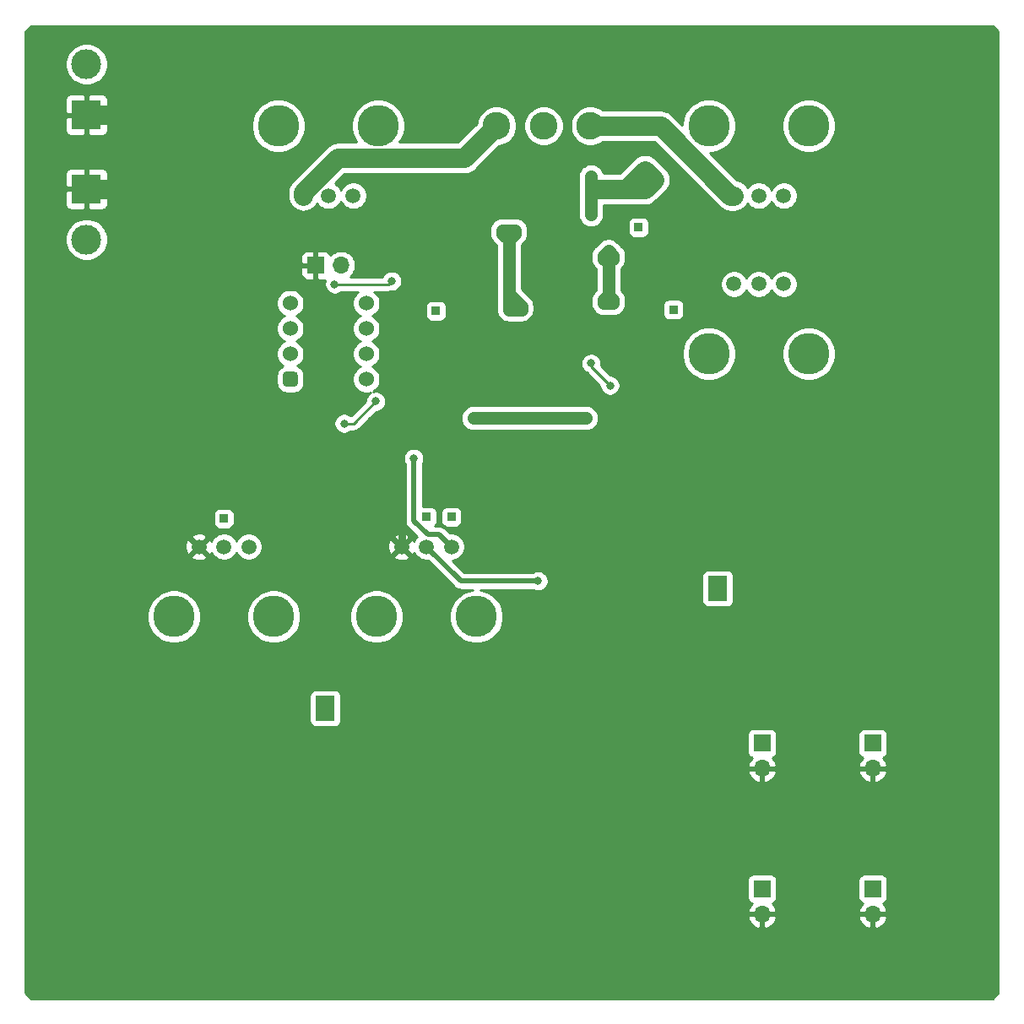
<source format=gbl>
%TF.GenerationSoftware,KiCad,Pcbnew,(5.1.6)-1*%
%TF.CreationDate,2021-04-21T19:08:55-07:00*%
%TF.ProjectId,oscillator,6f736369-6c6c-4617-946f-722e6b696361,rev?*%
%TF.SameCoordinates,Original*%
%TF.FileFunction,Copper,L2,Bot*%
%TF.FilePolarity,Positive*%
%FSLAX46Y46*%
G04 Gerber Fmt 4.6, Leading zero omitted, Abs format (unit mm)*
G04 Created by KiCad (PCBNEW (5.1.6)-1) date 2021-04-21 19:08:55*
%MOMM*%
%LPD*%
G01*
G04 APERTURE LIST*
%TA.AperFunction,ComponentPad*%
%ADD10C,3.000000*%
%TD*%
%TA.AperFunction,ComponentPad*%
%ADD11R,3.000000X3.000000*%
%TD*%
%TA.AperFunction,ComponentPad*%
%ADD12O,1.700000X1.700000*%
%TD*%
%TA.AperFunction,ComponentPad*%
%ADD13R,1.700000X1.700000*%
%TD*%
%TA.AperFunction,ComponentPad*%
%ADD14C,1.500000*%
%TD*%
%TA.AperFunction,ComponentPad*%
%ADD15C,4.149000*%
%TD*%
%TA.AperFunction,ComponentPad*%
%ADD16C,1.524000*%
%TD*%
%TA.AperFunction,ComponentPad*%
%ADD17C,2.775000*%
%TD*%
%TA.AperFunction,Conductor*%
%ADD18R,1.900000X2.500000*%
%TD*%
%TA.AperFunction,ViaPad*%
%ADD19C,0.500000*%
%TD*%
%TA.AperFunction,ComponentPad*%
%ADD20R,0.850000X0.850000*%
%TD*%
%TA.AperFunction,ViaPad*%
%ADD21C,0.800000*%
%TD*%
%TA.AperFunction,Conductor*%
%ADD22C,1.905000*%
%TD*%
%TA.AperFunction,Conductor*%
%ADD23C,0.762000*%
%TD*%
%TA.AperFunction,Conductor*%
%ADD24C,1.270000*%
%TD*%
%TA.AperFunction,Conductor*%
%ADD25C,0.254000*%
%TD*%
%TA.AperFunction,Conductor*%
%ADD26C,0.508000*%
%TD*%
G04 APERTURE END LIST*
D10*
%TO.P,J1,2*%
%TO.N,V15V*%
X7500000Y95080000D03*
D11*
%TO.P,J1,1*%
%TO.N,GND*%
X7500000Y90000000D03*
%TD*%
%TO.P,J2,1*%
%TO.N,GND*%
X7500000Y82580000D03*
D10*
%TO.P,J2,2*%
%TO.N,V-15V*%
X7500000Y77500000D03*
%TD*%
D12*
%TO.P,J3,2*%
%TO.N,Net-(J3-Pad2)*%
X33020000Y74930000D03*
D13*
%TO.P,J3,1*%
%TO.N,GND*%
X30480000Y74930000D03*
%TD*%
%TO.P,J4,1*%
%TO.N,Net-(J4-Pad1)*%
X86360000Y12382500D03*
D12*
%TO.P,J4,2*%
%TO.N,GND*%
X86360000Y9842500D03*
%TD*%
%TO.P,J5,2*%
%TO.N,GND*%
X75247500Y24447500D03*
D13*
%TO.P,J5,1*%
%TO.N,Net-(J5-Pad1)*%
X75247500Y26987500D03*
%TD*%
%TO.P,J6,1*%
%TO.N,Net-(J4-Pad1)*%
X75247500Y12382500D03*
D12*
%TO.P,J6,2*%
%TO.N,GND*%
X75247500Y9842500D03*
%TD*%
D13*
%TO.P,J7,1*%
%TO.N,Net-(J5-Pad1)*%
X86360000Y26987500D03*
D12*
%TO.P,J7,2*%
%TO.N,GND*%
X86360000Y24447500D03*
%TD*%
D14*
%TO.P,RV1,1*%
%TO.N,Net-(R3-Pad2)*%
X34250000Y81900000D03*
%TO.P,RV1,2*%
X31750000Y81900000D03*
%TO.P,RV1,3*%
%TO.N,Net-(RV1-Pad3)*%
X29250000Y81900000D03*
D15*
%TO.P,RV1,4*%
%TO.N,N/C*%
X36750000Y88900000D03*
%TO.P,RV1,5*%
X26750000Y88900000D03*
%TD*%
D14*
%TO.P,RV2,1*%
%TO.N,Net-(D1-Pad2)*%
X72430000Y73040000D03*
%TO.P,RV2,2*%
X74930000Y73040000D03*
%TO.P,RV2,3*%
%TO.N,Net-(RV2-Pad3)*%
X77430000Y73040000D03*
D15*
%TO.P,RV2,4*%
%TO.N,N/C*%
X69930000Y66040000D03*
%TO.P,RV2,5*%
X79930000Y66040000D03*
%TD*%
%TO.P,RV3,5*%
%TO.N,N/C*%
X69930000Y88900000D03*
%TO.P,RV3,4*%
X79930000Y88900000D03*
D14*
%TO.P,RV3,3*%
%TO.N,Net-(RV2-Pad3)*%
X72430000Y81900000D03*
%TO.P,RV3,2*%
%TO.N,Net-(D2-Pad1)*%
X74930000Y81900000D03*
%TO.P,RV3,1*%
X77430000Y81900000D03*
%TD*%
D15*
%TO.P,RV4,5*%
%TO.N,N/C*%
X26272500Y39687500D03*
%TO.P,RV4,4*%
X16272500Y39687500D03*
D14*
%TO.P,RV4,3*%
%TO.N,Net-(R4-Pad1)*%
X23772500Y46687500D03*
%TO.P,RV4,2*%
%TO.N,Net-(RV4-Pad2)*%
X21272500Y46687500D03*
%TO.P,RV4,1*%
%TO.N,GND*%
X18772500Y46687500D03*
%TD*%
%TO.P,RV5,1*%
%TO.N,GND*%
X39092500Y46687500D03*
%TO.P,RV5,2*%
%TO.N,Net-(RV5-Pad2)*%
X41592500Y46687500D03*
%TO.P,RV5,3*%
%TO.N,Net-(R9-Pad1)*%
X44092500Y46687500D03*
D15*
%TO.P,RV5,4*%
%TO.N,N/C*%
X36592500Y39687500D03*
%TO.P,RV5,5*%
X46592500Y39687500D03*
%TD*%
%TO.P,SW1,1*%
%TO.N,Net-(C1-Pad2)*%
%TA.AperFunction,ComponentPad*%
G36*
G01*
X27178000Y63119000D02*
X27178000Y63881000D01*
G75*
G02*
X27559000Y64262000I381000J0D01*
G01*
X28321000Y64262000D01*
G75*
G02*
X28702000Y63881000I0J-381000D01*
G01*
X28702000Y63119000D01*
G75*
G02*
X28321000Y62738000I-381000J0D01*
G01*
X27559000Y62738000D01*
G75*
G02*
X27178000Y63119000I0J381000D01*
G01*
G37*
%TD.AperFunction*%
D16*
%TO.P,SW1,2*%
%TO.N,Net-(C2-Pad2)*%
X27940000Y68580000D03*
%TO.P,SW1,3*%
%TO.N,Net-(C5-Pad2)*%
X27940000Y71120000D03*
%TO.P,SW1,4*%
%TO.N,Net-(C8-Pad2)*%
X35560000Y63500000D03*
%TO.P,SW1,5*%
%TO.N,Net-(C9-Pad2)*%
X35560000Y66040000D03*
%TO.P,SW1,6*%
%TO.N,Net-(J3-Pad2)*%
X35560000Y71120000D03*
%TO.P,SW1,C*%
%TO.N,Net-(R3-Pad1)*%
X27940000Y66040000D03*
X35560000Y68580000D03*
%TD*%
D17*
%TO.P,SW2,1*%
%TO.N,Net-(RV1-Pad3)*%
X48640000Y88900000D03*
%TO.P,SW2,2*%
%TO.N,Net-(R4-Pad1)*%
X53340000Y88900000D03*
%TO.P,SW2,3*%
%TO.N,Net-(RV2-Pad3)*%
X58040000Y88900000D03*
%TD*%
D18*
%TO.N,V-15V*%
%TO.C,U2*%
X31432500Y30480000D03*
D19*
X32132500Y29480000D03*
X30732500Y29480000D03*
X32132500Y30480000D03*
X30732500Y30480000D03*
X32132500Y31480000D03*
X30732500Y31480000D03*
%TD*%
%TO.N,V-15V*%
%TO.C,U3*%
X70100000Y43500000D03*
X71500000Y43500000D03*
X70100000Y42500000D03*
X71500000Y42500000D03*
X70100000Y41500000D03*
X71500000Y41500000D03*
D18*
X70800000Y42500000D03*
%TD*%
D20*
%TO.P,TP1,1*%
%TO.N,Net-(R2-Pad1)*%
X66357500Y70485000D03*
%TD*%
%TO.P,TP2,1*%
%TO.N,Net-(R3-Pad1)*%
X42545000Y70358000D03*
%TD*%
%TO.P,TP3,1*%
%TO.N,Net-(R4-Pad1)*%
X62865000Y78740000D03*
%TD*%
%TO.P,TP4,1*%
%TO.N,Net-(RV4-Pad2)*%
X21272500Y49530000D03*
%TD*%
%TO.P,TP5,1*%
%TO.N,Net-(R9-Pad1)*%
X44100000Y49700000D03*
%TD*%
%TO.P,TP6,1*%
%TO.N,Net-(RV5-Pad2)*%
X41600000Y49700000D03*
%TD*%
D21*
%TO.N,GND*%
X43815000Y67310000D03*
X19685000Y63500000D03*
X19685000Y67310000D03*
X19685000Y71120000D03*
X62865000Y65405000D03*
X55245000Y72390000D03*
X55245000Y73342500D03*
X53975000Y77470000D03*
X53975000Y76517500D03*
X55245000Y74295000D03*
X53975000Y75565000D03*
X53975000Y74612500D03*
X55245000Y75247500D03*
X43815000Y63500000D03*
X46355000Y62230000D03*
X81280000Y43180000D03*
X80327500Y43180000D03*
X79375000Y43180000D03*
X69215000Y47307500D03*
X70167500Y47307500D03*
X68262500Y47307500D03*
X77152500Y37782500D03*
X77152500Y36512500D03*
X64135000Y37782500D03*
X64135000Y39052500D03*
X37782500Y25400000D03*
X38735000Y25400000D03*
X39687500Y25400000D03*
X25400000Y25400000D03*
X24447500Y25400000D03*
X23495000Y25400000D03*
X36195000Y34290000D03*
X35242500Y34290000D03*
X34290000Y34290000D03*
%TO.N,V15V*%
X58102500Y83820000D03*
X58102500Y81280000D03*
X58102500Y80010000D03*
X62547500Y83502500D03*
X58102500Y82550000D03*
X63500000Y84455000D03*
X64452500Y83502500D03*
X63500000Y82550000D03*
X60007500Y62865000D03*
X58102500Y65087500D03*
%TO.N,V-15V*%
X33337500Y59055000D03*
X36512500Y61277500D03*
X32385000Y73025000D03*
X38100000Y73342500D03*
%TO.N,Net-(D1-Pad1)*%
X46300000Y59600000D03*
X47500000Y59600000D03*
X56600000Y59600000D03*
X57600000Y59600000D03*
%TO.N,Net-(R4-Pad1)*%
X60325000Y75565000D03*
X59372500Y75565000D03*
X59848750Y76358750D03*
X60325000Y71120000D03*
X59372500Y71120000D03*
X59848750Y71913750D03*
%TO.N,Net-(R9-Pad1)*%
X51117500Y70485000D03*
X49847500Y70485000D03*
X49847500Y77470000D03*
X50482500Y78422500D03*
X49212500Y78422500D03*
X50482500Y71437500D03*
X40322500Y55562500D03*
%TO.N,Net-(RV5-Pad2)*%
X52790319Y43265315D03*
%TD*%
D22*
%TO.N,GND*%
X7500000Y82580000D02*
X11580000Y82580000D01*
X7500000Y90000000D02*
X11400000Y90000000D01*
D23*
X39092500Y46687500D02*
X39092500Y49492500D01*
X36195000Y34290000D02*
X34290000Y34290000D01*
D22*
%TO.N,V15V*%
X58600000Y82550000D02*
X62092500Y82550000D01*
X61595000Y82550000D02*
X62547500Y83502500D01*
X62547500Y83502500D02*
X63500000Y84455000D01*
X63500000Y84455000D02*
X64452500Y83502500D01*
X64452500Y83502500D02*
X63500000Y82550000D01*
X61595000Y82550000D02*
X63500000Y82550000D01*
D24*
X58102500Y83820000D02*
X58102500Y80010000D01*
D25*
X60007500Y62865000D02*
X58102500Y64770000D01*
X58102500Y64770000D02*
X58102500Y65087500D01*
%TO.N,V-15V*%
X33337500Y59055000D02*
X34290000Y59055000D01*
X34290000Y59055000D02*
X36512500Y61277500D01*
X32385000Y73025000D02*
X37782500Y73025000D01*
X37782500Y73025000D02*
X38100000Y73342500D01*
D24*
%TO.N,Net-(D1-Pad1)*%
X47500000Y59600000D02*
X56600000Y59600000D01*
X56600000Y59600000D02*
X57600000Y59600000D01*
X47500000Y59600000D02*
X46300000Y59600000D01*
%TO.N,Net-(R4-Pad1)*%
X59372500Y75882500D02*
X59848750Y76358750D01*
X59372500Y75565000D02*
X59372500Y75882500D01*
X60325000Y75882500D02*
X59848750Y76358750D01*
X60325000Y75565000D02*
X60325000Y75882500D01*
X60325000Y75565000D02*
X59372500Y75565000D01*
X59848750Y76358750D02*
X59848750Y71913750D01*
X59848750Y71913750D02*
X59848750Y71913750D01*
X59848750Y71913750D02*
X59848750Y71913750D01*
X59848750Y71913750D02*
X59848750Y71913750D01*
X60325000Y71437500D02*
X59848750Y71913750D01*
X60325000Y71120000D02*
X60325000Y71437500D01*
X59372500Y71437500D02*
X59848750Y71913750D01*
X59372500Y71120000D02*
X59372500Y71437500D01*
X59372500Y71120000D02*
X60325000Y71120000D01*
%TO.N,Net-(R9-Pad1)*%
X49847500Y77470000D02*
X49847500Y72072500D01*
X49847500Y72072500D02*
X50482500Y71437500D01*
X50482500Y71437500D02*
X50482500Y71437500D01*
X49847500Y70485000D02*
X49847500Y72072500D01*
D26*
X42888499Y47891501D02*
X44092500Y46687500D01*
X41741297Y47891501D02*
X42888499Y47891501D01*
X40322500Y49310298D02*
X41741297Y47891501D01*
X40322500Y55562500D02*
X40322500Y49310298D01*
D24*
X49212500Y78105000D02*
X49847500Y77470000D01*
X49212500Y78422500D02*
X49212500Y78105000D01*
X50482500Y78105000D02*
X49847500Y77470000D01*
X50482500Y78422500D02*
X50482500Y78105000D01*
X49212500Y78422500D02*
X50482500Y78422500D01*
X51117500Y70802500D02*
X50482500Y71437500D01*
X51117500Y70485000D02*
X51117500Y70802500D01*
X49847500Y70485000D02*
X51117500Y70485000D01*
D22*
%TO.N,Net-(RV1-Pad3)*%
X29250000Y82215702D02*
X29250000Y81900000D01*
X32707297Y85672999D02*
X29250000Y82215702D01*
X45412999Y85672999D02*
X32707297Y85672999D01*
X48640000Y88900000D02*
X45412999Y85672999D01*
%TO.N,Net-(RV2-Pad3)*%
X58040000Y88900000D02*
X65087500Y88900000D01*
X72087500Y81900000D02*
X72430000Y81900000D01*
X65087500Y88900000D02*
X72087500Y81900000D01*
D26*
%TO.N,Net-(RV5-Pad2)*%
X45014685Y43265315D02*
X52790319Y43265315D01*
X41592500Y46687500D02*
X45014685Y43265315D01*
%TD*%
D25*
%TO.N,GND*%
G36*
X98933000Y98372394D02*
G01*
X98933000Y1957606D01*
X98372394Y1397000D01*
X1957606Y1397000D01*
X1397000Y1957606D01*
X1397000Y9485610D01*
X73806024Y9485610D01*
X73850675Y9338401D01*
X73975859Y9075580D01*
X74149912Y8842231D01*
X74366145Y8647322D01*
X74616248Y8498343D01*
X74890609Y8401019D01*
X75120500Y8521686D01*
X75120500Y9715500D01*
X75374500Y9715500D01*
X75374500Y8521686D01*
X75604391Y8401019D01*
X75878752Y8498343D01*
X76128855Y8647322D01*
X76345088Y8842231D01*
X76519141Y9075580D01*
X76644325Y9338401D01*
X76688976Y9485610D01*
X84918524Y9485610D01*
X84963175Y9338401D01*
X85088359Y9075580D01*
X85262412Y8842231D01*
X85478645Y8647322D01*
X85728748Y8498343D01*
X86003109Y8401019D01*
X86233000Y8521686D01*
X86233000Y9715500D01*
X86487000Y9715500D01*
X86487000Y8521686D01*
X86716891Y8401019D01*
X86991252Y8498343D01*
X87241355Y8647322D01*
X87457588Y8842231D01*
X87631641Y9075580D01*
X87756825Y9338401D01*
X87801476Y9485610D01*
X87680155Y9715500D01*
X86487000Y9715500D01*
X86233000Y9715500D01*
X85039845Y9715500D01*
X84918524Y9485610D01*
X76688976Y9485610D01*
X76567655Y9715500D01*
X75374500Y9715500D01*
X75120500Y9715500D01*
X73927345Y9715500D01*
X73806024Y9485610D01*
X1397000Y9485610D01*
X1397000Y13232500D01*
X73759428Y13232500D01*
X73759428Y11532500D01*
X73771688Y11408018D01*
X73807998Y11288320D01*
X73866963Y11178006D01*
X73946315Y11081315D01*
X74043006Y11001963D01*
X74153320Y10942998D01*
X74233966Y10918534D01*
X74149912Y10842769D01*
X73975859Y10609420D01*
X73850675Y10346599D01*
X73806024Y10199390D01*
X73927345Y9969500D01*
X75120500Y9969500D01*
X75120500Y9989500D01*
X75374500Y9989500D01*
X75374500Y9969500D01*
X76567655Y9969500D01*
X76688976Y10199390D01*
X76644325Y10346599D01*
X76519141Y10609420D01*
X76345088Y10842769D01*
X76261034Y10918534D01*
X76341680Y10942998D01*
X76451994Y11001963D01*
X76548685Y11081315D01*
X76628037Y11178006D01*
X76687002Y11288320D01*
X76723312Y11408018D01*
X76735572Y11532500D01*
X76735572Y13232500D01*
X84871928Y13232500D01*
X84871928Y11532500D01*
X84884188Y11408018D01*
X84920498Y11288320D01*
X84979463Y11178006D01*
X85058815Y11081315D01*
X85155506Y11001963D01*
X85265820Y10942998D01*
X85346466Y10918534D01*
X85262412Y10842769D01*
X85088359Y10609420D01*
X84963175Y10346599D01*
X84918524Y10199390D01*
X85039845Y9969500D01*
X86233000Y9969500D01*
X86233000Y9989500D01*
X86487000Y9989500D01*
X86487000Y9969500D01*
X87680155Y9969500D01*
X87801476Y10199390D01*
X87756825Y10346599D01*
X87631641Y10609420D01*
X87457588Y10842769D01*
X87373534Y10918534D01*
X87454180Y10942998D01*
X87564494Y11001963D01*
X87661185Y11081315D01*
X87740537Y11178006D01*
X87799502Y11288320D01*
X87835812Y11408018D01*
X87848072Y11532500D01*
X87848072Y13232500D01*
X87835812Y13356982D01*
X87799502Y13476680D01*
X87740537Y13586994D01*
X87661185Y13683685D01*
X87564494Y13763037D01*
X87454180Y13822002D01*
X87334482Y13858312D01*
X87210000Y13870572D01*
X85510000Y13870572D01*
X85385518Y13858312D01*
X85265820Y13822002D01*
X85155506Y13763037D01*
X85058815Y13683685D01*
X84979463Y13586994D01*
X84920498Y13476680D01*
X84884188Y13356982D01*
X84871928Y13232500D01*
X76735572Y13232500D01*
X76723312Y13356982D01*
X76687002Y13476680D01*
X76628037Y13586994D01*
X76548685Y13683685D01*
X76451994Y13763037D01*
X76341680Y13822002D01*
X76221982Y13858312D01*
X76097500Y13870572D01*
X74397500Y13870572D01*
X74273018Y13858312D01*
X74153320Y13822002D01*
X74043006Y13763037D01*
X73946315Y13683685D01*
X73866963Y13586994D01*
X73807998Y13476680D01*
X73771688Y13356982D01*
X73759428Y13232500D01*
X1397000Y13232500D01*
X1397000Y24090610D01*
X73806024Y24090610D01*
X73850675Y23943401D01*
X73975859Y23680580D01*
X74149912Y23447231D01*
X74366145Y23252322D01*
X74616248Y23103343D01*
X74890609Y23006019D01*
X75120500Y23126686D01*
X75120500Y24320500D01*
X75374500Y24320500D01*
X75374500Y23126686D01*
X75604391Y23006019D01*
X75878752Y23103343D01*
X76128855Y23252322D01*
X76345088Y23447231D01*
X76519141Y23680580D01*
X76644325Y23943401D01*
X76688976Y24090610D01*
X84918524Y24090610D01*
X84963175Y23943401D01*
X85088359Y23680580D01*
X85262412Y23447231D01*
X85478645Y23252322D01*
X85728748Y23103343D01*
X86003109Y23006019D01*
X86233000Y23126686D01*
X86233000Y24320500D01*
X86487000Y24320500D01*
X86487000Y23126686D01*
X86716891Y23006019D01*
X86991252Y23103343D01*
X87241355Y23252322D01*
X87457588Y23447231D01*
X87631641Y23680580D01*
X87756825Y23943401D01*
X87801476Y24090610D01*
X87680155Y24320500D01*
X86487000Y24320500D01*
X86233000Y24320500D01*
X85039845Y24320500D01*
X84918524Y24090610D01*
X76688976Y24090610D01*
X76567655Y24320500D01*
X75374500Y24320500D01*
X75120500Y24320500D01*
X73927345Y24320500D01*
X73806024Y24090610D01*
X1397000Y24090610D01*
X1397000Y27837500D01*
X73759428Y27837500D01*
X73759428Y26137500D01*
X73771688Y26013018D01*
X73807998Y25893320D01*
X73866963Y25783006D01*
X73946315Y25686315D01*
X74043006Y25606963D01*
X74153320Y25547998D01*
X74233966Y25523534D01*
X74149912Y25447769D01*
X73975859Y25214420D01*
X73850675Y24951599D01*
X73806024Y24804390D01*
X73927345Y24574500D01*
X75120500Y24574500D01*
X75120500Y24594500D01*
X75374500Y24594500D01*
X75374500Y24574500D01*
X76567655Y24574500D01*
X76688976Y24804390D01*
X76644325Y24951599D01*
X76519141Y25214420D01*
X76345088Y25447769D01*
X76261034Y25523534D01*
X76341680Y25547998D01*
X76451994Y25606963D01*
X76548685Y25686315D01*
X76628037Y25783006D01*
X76687002Y25893320D01*
X76723312Y26013018D01*
X76735572Y26137500D01*
X76735572Y27837500D01*
X84871928Y27837500D01*
X84871928Y26137500D01*
X84884188Y26013018D01*
X84920498Y25893320D01*
X84979463Y25783006D01*
X85058815Y25686315D01*
X85155506Y25606963D01*
X85265820Y25547998D01*
X85346466Y25523534D01*
X85262412Y25447769D01*
X85088359Y25214420D01*
X84963175Y24951599D01*
X84918524Y24804390D01*
X85039845Y24574500D01*
X86233000Y24574500D01*
X86233000Y24594500D01*
X86487000Y24594500D01*
X86487000Y24574500D01*
X87680155Y24574500D01*
X87801476Y24804390D01*
X87756825Y24951599D01*
X87631641Y25214420D01*
X87457588Y25447769D01*
X87373534Y25523534D01*
X87454180Y25547998D01*
X87564494Y25606963D01*
X87661185Y25686315D01*
X87740537Y25783006D01*
X87799502Y25893320D01*
X87835812Y26013018D01*
X87848072Y26137500D01*
X87848072Y27837500D01*
X87835812Y27961982D01*
X87799502Y28081680D01*
X87740537Y28191994D01*
X87661185Y28288685D01*
X87564494Y28368037D01*
X87454180Y28427002D01*
X87334482Y28463312D01*
X87210000Y28475572D01*
X85510000Y28475572D01*
X85385518Y28463312D01*
X85265820Y28427002D01*
X85155506Y28368037D01*
X85058815Y28288685D01*
X84979463Y28191994D01*
X84920498Y28081680D01*
X84884188Y27961982D01*
X84871928Y27837500D01*
X76735572Y27837500D01*
X76723312Y27961982D01*
X76687002Y28081680D01*
X76628037Y28191994D01*
X76548685Y28288685D01*
X76451994Y28368037D01*
X76341680Y28427002D01*
X76221982Y28463312D01*
X76097500Y28475572D01*
X74397500Y28475572D01*
X74273018Y28463312D01*
X74153320Y28427002D01*
X74043006Y28368037D01*
X73946315Y28288685D01*
X73866963Y28191994D01*
X73807998Y28081680D01*
X73771688Y27961982D01*
X73759428Y27837500D01*
X1397000Y27837500D01*
X1397000Y31730000D01*
X29844428Y31730000D01*
X29844428Y29230000D01*
X29856688Y29105518D01*
X29892998Y28985820D01*
X29951963Y28875506D01*
X30031315Y28778815D01*
X30128006Y28699463D01*
X30238320Y28640498D01*
X30358018Y28604188D01*
X30482500Y28591928D01*
X32382500Y28591928D01*
X32506982Y28604188D01*
X32626680Y28640498D01*
X32736994Y28699463D01*
X32833685Y28778815D01*
X32913037Y28875506D01*
X32972002Y28985820D01*
X33008312Y29105518D01*
X33020572Y29230000D01*
X33020572Y31730000D01*
X33008312Y31854482D01*
X32972002Y31974180D01*
X32913037Y32084494D01*
X32833685Y32181185D01*
X32736994Y32260537D01*
X32626680Y32319502D01*
X32506982Y32355812D01*
X32382500Y32368072D01*
X30482500Y32368072D01*
X30358018Y32355812D01*
X30238320Y32319502D01*
X30128006Y32260537D01*
X30031315Y32181185D01*
X29951963Y32084494D01*
X29892998Y31974180D01*
X29856688Y31854482D01*
X29844428Y31730000D01*
X1397000Y31730000D01*
X1397000Y39954362D01*
X13563000Y39954362D01*
X13563000Y39420638D01*
X13667125Y38897168D01*
X13871372Y38404071D01*
X14167894Y37960295D01*
X14545295Y37582894D01*
X14989071Y37286372D01*
X15482168Y37082125D01*
X16005638Y36978000D01*
X16539362Y36978000D01*
X17062832Y37082125D01*
X17555929Y37286372D01*
X17999705Y37582894D01*
X18377106Y37960295D01*
X18673628Y38404071D01*
X18877875Y38897168D01*
X18982000Y39420638D01*
X18982000Y39954362D01*
X23563000Y39954362D01*
X23563000Y39420638D01*
X23667125Y38897168D01*
X23871372Y38404071D01*
X24167894Y37960295D01*
X24545295Y37582894D01*
X24989071Y37286372D01*
X25482168Y37082125D01*
X26005638Y36978000D01*
X26539362Y36978000D01*
X27062832Y37082125D01*
X27555929Y37286372D01*
X27999705Y37582894D01*
X28377106Y37960295D01*
X28673628Y38404071D01*
X28877875Y38897168D01*
X28982000Y39420638D01*
X28982000Y39954362D01*
X33883000Y39954362D01*
X33883000Y39420638D01*
X33987125Y38897168D01*
X34191372Y38404071D01*
X34487894Y37960295D01*
X34865295Y37582894D01*
X35309071Y37286372D01*
X35802168Y37082125D01*
X36325638Y36978000D01*
X36859362Y36978000D01*
X37382832Y37082125D01*
X37875929Y37286372D01*
X38319705Y37582894D01*
X38697106Y37960295D01*
X38993628Y38404071D01*
X39197875Y38897168D01*
X39302000Y39420638D01*
X39302000Y39954362D01*
X39197875Y40477832D01*
X38993628Y40970929D01*
X38697106Y41414705D01*
X38319705Y41792106D01*
X37875929Y42088628D01*
X37382832Y42292875D01*
X36859362Y42397000D01*
X36325638Y42397000D01*
X35802168Y42292875D01*
X35309071Y42088628D01*
X34865295Y41792106D01*
X34487894Y41414705D01*
X34191372Y40970929D01*
X33987125Y40477832D01*
X33883000Y39954362D01*
X28982000Y39954362D01*
X28877875Y40477832D01*
X28673628Y40970929D01*
X28377106Y41414705D01*
X27999705Y41792106D01*
X27555929Y42088628D01*
X27062832Y42292875D01*
X26539362Y42397000D01*
X26005638Y42397000D01*
X25482168Y42292875D01*
X24989071Y42088628D01*
X24545295Y41792106D01*
X24167894Y41414705D01*
X23871372Y40970929D01*
X23667125Y40477832D01*
X23563000Y39954362D01*
X18982000Y39954362D01*
X18877875Y40477832D01*
X18673628Y40970929D01*
X18377106Y41414705D01*
X17999705Y41792106D01*
X17555929Y42088628D01*
X17062832Y42292875D01*
X16539362Y42397000D01*
X16005638Y42397000D01*
X15482168Y42292875D01*
X14989071Y42088628D01*
X14545295Y41792106D01*
X14167894Y41414705D01*
X13871372Y40970929D01*
X13667125Y40477832D01*
X13563000Y39954362D01*
X1397000Y39954362D01*
X1397000Y45730507D01*
X17995112Y45730507D01*
X18060637Y45491640D01*
X18307616Y45375740D01*
X18572460Y45310250D01*
X18844992Y45297688D01*
X19114738Y45338535D01*
X19371332Y45431223D01*
X19484363Y45491640D01*
X19549888Y45730507D01*
X18772500Y46507895D01*
X17995112Y45730507D01*
X1397000Y45730507D01*
X1397000Y46615008D01*
X17382688Y46615008D01*
X17423535Y46345262D01*
X17516223Y46088668D01*
X17576640Y45975637D01*
X17815507Y45910112D01*
X18592895Y46687500D01*
X18952105Y46687500D01*
X19729493Y45910112D01*
X19968360Y45975637D01*
X20021418Y46088701D01*
X20045129Y46031457D01*
X20196701Y45804614D01*
X20389614Y45611701D01*
X20616457Y45460129D01*
X20868511Y45355725D01*
X21136089Y45302500D01*
X21408911Y45302500D01*
X21676489Y45355725D01*
X21928543Y45460129D01*
X22155386Y45611701D01*
X22348299Y45804614D01*
X22499871Y46031457D01*
X22522500Y46086088D01*
X22545129Y46031457D01*
X22696701Y45804614D01*
X22889614Y45611701D01*
X23116457Y45460129D01*
X23368511Y45355725D01*
X23636089Y45302500D01*
X23908911Y45302500D01*
X24176489Y45355725D01*
X24428543Y45460129D01*
X24655386Y45611701D01*
X24774192Y45730507D01*
X38315112Y45730507D01*
X38380637Y45491640D01*
X38627616Y45375740D01*
X38892460Y45310250D01*
X39164992Y45297688D01*
X39434738Y45338535D01*
X39691332Y45431223D01*
X39804363Y45491640D01*
X39869888Y45730507D01*
X39092500Y46507895D01*
X38315112Y45730507D01*
X24774192Y45730507D01*
X24848299Y45804614D01*
X24999871Y46031457D01*
X25104275Y46283511D01*
X25157500Y46551089D01*
X25157500Y46615008D01*
X37702688Y46615008D01*
X37743535Y46345262D01*
X37836223Y46088668D01*
X37896640Y45975637D01*
X38135507Y45910112D01*
X38912895Y46687500D01*
X39272105Y46687500D01*
X40049493Y45910112D01*
X40288360Y45975637D01*
X40341418Y46088701D01*
X40365129Y46031457D01*
X40516701Y45804614D01*
X40709614Y45611701D01*
X40936457Y45460129D01*
X41188511Y45355725D01*
X41456089Y45302500D01*
X41720265Y45302500D01*
X44355191Y42667573D01*
X44383026Y42633656D01*
X44518394Y42522562D01*
X44672834Y42440012D01*
X44738743Y42420019D01*
X44840409Y42389179D01*
X44873609Y42385909D01*
X44971018Y42376315D01*
X44971024Y42376315D01*
X45014684Y42372015D01*
X45058344Y42376315D01*
X46221648Y42376315D01*
X45802168Y42292875D01*
X45309071Y42088628D01*
X44865295Y41792106D01*
X44487894Y41414705D01*
X44191372Y40970929D01*
X43987125Y40477832D01*
X43883000Y39954362D01*
X43883000Y39420638D01*
X43987125Y38897168D01*
X44191372Y38404071D01*
X44487894Y37960295D01*
X44865295Y37582894D01*
X45309071Y37286372D01*
X45802168Y37082125D01*
X46325638Y36978000D01*
X46859362Y36978000D01*
X47382832Y37082125D01*
X47875929Y37286372D01*
X48319705Y37582894D01*
X48697106Y37960295D01*
X48993628Y38404071D01*
X49197875Y38897168D01*
X49302000Y39420638D01*
X49302000Y39954362D01*
X49197875Y40477832D01*
X48993628Y40970929D01*
X48697106Y41414705D01*
X48319705Y41792106D01*
X47875929Y42088628D01*
X47382832Y42292875D01*
X46963352Y42376315D01*
X52257851Y42376315D01*
X52300063Y42348110D01*
X52488421Y42270089D01*
X52688380Y42230315D01*
X52892258Y42230315D01*
X53092217Y42270089D01*
X53280575Y42348110D01*
X53450093Y42461378D01*
X53594256Y42605541D01*
X53707524Y42775059D01*
X53785545Y42963417D01*
X53825319Y43163376D01*
X53825319Y43367254D01*
X53785545Y43567213D01*
X53709832Y43750000D01*
X69211928Y43750000D01*
X69211928Y41250000D01*
X69224188Y41125518D01*
X69260498Y41005820D01*
X69319463Y40895506D01*
X69398815Y40798815D01*
X69495506Y40719463D01*
X69605820Y40660498D01*
X69725518Y40624188D01*
X69850000Y40611928D01*
X71750000Y40611928D01*
X71874482Y40624188D01*
X71994180Y40660498D01*
X72104494Y40719463D01*
X72201185Y40798815D01*
X72280537Y40895506D01*
X72339502Y41005820D01*
X72375812Y41125518D01*
X72388072Y41250000D01*
X72388072Y43750000D01*
X72375812Y43874482D01*
X72339502Y43994180D01*
X72280537Y44104494D01*
X72201185Y44201185D01*
X72104494Y44280537D01*
X71994180Y44339502D01*
X71874482Y44375812D01*
X71750000Y44388072D01*
X69850000Y44388072D01*
X69725518Y44375812D01*
X69605820Y44339502D01*
X69495506Y44280537D01*
X69398815Y44201185D01*
X69319463Y44104494D01*
X69260498Y43994180D01*
X69224188Y43874482D01*
X69211928Y43750000D01*
X53709832Y43750000D01*
X53707524Y43755571D01*
X53594256Y43925089D01*
X53450093Y44069252D01*
X53280575Y44182520D01*
X53092217Y44260541D01*
X52892258Y44300315D01*
X52688380Y44300315D01*
X52488421Y44260541D01*
X52300063Y44182520D01*
X52257851Y44154315D01*
X45382921Y44154315D01*
X44233769Y45303466D01*
X44496489Y45355725D01*
X44748543Y45460129D01*
X44975386Y45611701D01*
X45168299Y45804614D01*
X45319871Y46031457D01*
X45424275Y46283511D01*
X45477500Y46551089D01*
X45477500Y46823911D01*
X45424275Y47091489D01*
X45319871Y47343543D01*
X45168299Y47570386D01*
X44975386Y47763299D01*
X44748543Y47914871D01*
X44496489Y48019275D01*
X44228911Y48072500D01*
X43964735Y48072500D01*
X43547998Y48489237D01*
X43520158Y48523160D01*
X43384790Y48634254D01*
X43230350Y48716804D01*
X43062773Y48767637D01*
X42932166Y48780501D01*
X42932159Y48780501D01*
X42888499Y48784801D01*
X42844839Y48780501D01*
X42423407Y48780501D01*
X42476185Y48823815D01*
X42555537Y48920506D01*
X42614502Y49030820D01*
X42650812Y49150518D01*
X42663072Y49275000D01*
X42663072Y50125000D01*
X43036928Y50125000D01*
X43036928Y49275000D01*
X43049188Y49150518D01*
X43085498Y49030820D01*
X43144463Y48920506D01*
X43223815Y48823815D01*
X43320506Y48744463D01*
X43430820Y48685498D01*
X43550518Y48649188D01*
X43675000Y48636928D01*
X44525000Y48636928D01*
X44649482Y48649188D01*
X44769180Y48685498D01*
X44879494Y48744463D01*
X44976185Y48823815D01*
X45055537Y48920506D01*
X45114502Y49030820D01*
X45150812Y49150518D01*
X45163072Y49275000D01*
X45163072Y50125000D01*
X45150812Y50249482D01*
X45114502Y50369180D01*
X45055537Y50479494D01*
X44976185Y50576185D01*
X44879494Y50655537D01*
X44769180Y50714502D01*
X44649482Y50750812D01*
X44525000Y50763072D01*
X43675000Y50763072D01*
X43550518Y50750812D01*
X43430820Y50714502D01*
X43320506Y50655537D01*
X43223815Y50576185D01*
X43144463Y50479494D01*
X43085498Y50369180D01*
X43049188Y50249482D01*
X43036928Y50125000D01*
X42663072Y50125000D01*
X42650812Y50249482D01*
X42614502Y50369180D01*
X42555537Y50479494D01*
X42476185Y50576185D01*
X42379494Y50655537D01*
X42269180Y50714502D01*
X42149482Y50750812D01*
X42025000Y50763072D01*
X41211500Y50763072D01*
X41211500Y55030032D01*
X41239705Y55072244D01*
X41317726Y55260602D01*
X41357500Y55460561D01*
X41357500Y55664439D01*
X41317726Y55864398D01*
X41239705Y56052756D01*
X41126437Y56222274D01*
X40982274Y56366437D01*
X40812756Y56479705D01*
X40624398Y56557726D01*
X40424439Y56597500D01*
X40220561Y56597500D01*
X40020602Y56557726D01*
X39832244Y56479705D01*
X39662726Y56366437D01*
X39518563Y56222274D01*
X39405295Y56052756D01*
X39327274Y55864398D01*
X39287500Y55664439D01*
X39287500Y55460561D01*
X39327274Y55260602D01*
X39405295Y55072244D01*
X39433500Y55030032D01*
X39433501Y49353968D01*
X39429200Y49310298D01*
X39446364Y49136024D01*
X39497198Y48968446D01*
X39579748Y48814007D01*
X39659522Y48716803D01*
X39690842Y48678639D01*
X39724759Y48650804D01*
X40660939Y47714624D01*
X40516701Y47570386D01*
X40365129Y47343543D01*
X40344639Y47294074D01*
X40288360Y47399363D01*
X40049493Y47464888D01*
X39272105Y46687500D01*
X38912895Y46687500D01*
X38135507Y47464888D01*
X37896640Y47399363D01*
X37780740Y47152384D01*
X37715250Y46887540D01*
X37702688Y46615008D01*
X25157500Y46615008D01*
X25157500Y46823911D01*
X25104275Y47091489D01*
X24999871Y47343543D01*
X24848299Y47570386D01*
X24774192Y47644493D01*
X38315112Y47644493D01*
X39092500Y46867105D01*
X39869888Y47644493D01*
X39804363Y47883360D01*
X39557384Y47999260D01*
X39292540Y48064750D01*
X39020008Y48077312D01*
X38750262Y48036465D01*
X38493668Y47943777D01*
X38380637Y47883360D01*
X38315112Y47644493D01*
X24774192Y47644493D01*
X24655386Y47763299D01*
X24428543Y47914871D01*
X24176489Y48019275D01*
X23908911Y48072500D01*
X23636089Y48072500D01*
X23368511Y48019275D01*
X23116457Y47914871D01*
X22889614Y47763299D01*
X22696701Y47570386D01*
X22545129Y47343543D01*
X22522500Y47288912D01*
X22499871Y47343543D01*
X22348299Y47570386D01*
X22155386Y47763299D01*
X21928543Y47914871D01*
X21676489Y48019275D01*
X21408911Y48072500D01*
X21136089Y48072500D01*
X20868511Y48019275D01*
X20616457Y47914871D01*
X20389614Y47763299D01*
X20196701Y47570386D01*
X20045129Y47343543D01*
X20024639Y47294074D01*
X19968360Y47399363D01*
X19729493Y47464888D01*
X18952105Y46687500D01*
X18592895Y46687500D01*
X17815507Y47464888D01*
X17576640Y47399363D01*
X17460740Y47152384D01*
X17395250Y46887540D01*
X17382688Y46615008D01*
X1397000Y46615008D01*
X1397000Y47644493D01*
X17995112Y47644493D01*
X18772500Y46867105D01*
X19549888Y47644493D01*
X19484363Y47883360D01*
X19237384Y47999260D01*
X18972540Y48064750D01*
X18700008Y48077312D01*
X18430262Y48036465D01*
X18173668Y47943777D01*
X18060637Y47883360D01*
X17995112Y47644493D01*
X1397000Y47644493D01*
X1397000Y49955000D01*
X20209428Y49955000D01*
X20209428Y49105000D01*
X20221688Y48980518D01*
X20257998Y48860820D01*
X20316963Y48750506D01*
X20396315Y48653815D01*
X20493006Y48574463D01*
X20603320Y48515498D01*
X20723018Y48479188D01*
X20847500Y48466928D01*
X21697500Y48466928D01*
X21821982Y48479188D01*
X21941680Y48515498D01*
X22051994Y48574463D01*
X22148685Y48653815D01*
X22228037Y48750506D01*
X22287002Y48860820D01*
X22323312Y48980518D01*
X22335572Y49105000D01*
X22335572Y49955000D01*
X22323312Y50079482D01*
X22287002Y50199180D01*
X22228037Y50309494D01*
X22148685Y50406185D01*
X22051994Y50485537D01*
X21941680Y50544502D01*
X21821982Y50580812D01*
X21697500Y50593072D01*
X20847500Y50593072D01*
X20723018Y50580812D01*
X20603320Y50544502D01*
X20493006Y50485537D01*
X20396315Y50406185D01*
X20316963Y50309494D01*
X20257998Y50199180D01*
X20221688Y50079482D01*
X20209428Y49955000D01*
X1397000Y49955000D01*
X1397000Y63881000D01*
X26539928Y63881000D01*
X26539928Y63119000D01*
X26559509Y62920189D01*
X26617500Y62729018D01*
X26711673Y62552834D01*
X26838407Y62398407D01*
X26992834Y62271673D01*
X27169018Y62177500D01*
X27360189Y62119509D01*
X27559000Y62099928D01*
X28321000Y62099928D01*
X28519811Y62119509D01*
X28710982Y62177500D01*
X28887166Y62271673D01*
X29041593Y62398407D01*
X29168327Y62552834D01*
X29262500Y62729018D01*
X29320491Y62920189D01*
X29340072Y63119000D01*
X29340072Y63881000D01*
X29320491Y64079811D01*
X29262500Y64270982D01*
X29168327Y64447166D01*
X29041593Y64601593D01*
X28887166Y64728327D01*
X28710982Y64822500D01*
X28656946Y64838892D01*
X28830535Y64954880D01*
X29025120Y65149465D01*
X29178005Y65378273D01*
X29283314Y65632510D01*
X29337000Y65902408D01*
X29337000Y66177592D01*
X29283314Y66447490D01*
X29178005Y66701727D01*
X29025120Y66930535D01*
X28830535Y67125120D01*
X28601727Y67278005D01*
X28524485Y67310000D01*
X28601727Y67341995D01*
X28830535Y67494880D01*
X29025120Y67689465D01*
X29178005Y67918273D01*
X29283314Y68172510D01*
X29337000Y68442408D01*
X29337000Y68717592D01*
X29283314Y68987490D01*
X29178005Y69241727D01*
X29025120Y69470535D01*
X28830535Y69665120D01*
X28601727Y69818005D01*
X28524485Y69850000D01*
X28601727Y69881995D01*
X28830535Y70034880D01*
X29025120Y70229465D01*
X29178005Y70458273D01*
X29283314Y70712510D01*
X29337000Y70982408D01*
X29337000Y71257592D01*
X29283314Y71527490D01*
X29178005Y71781727D01*
X29025120Y72010535D01*
X28830535Y72205120D01*
X28601727Y72358005D01*
X28347490Y72463314D01*
X28077592Y72517000D01*
X27802408Y72517000D01*
X27532510Y72463314D01*
X27278273Y72358005D01*
X27049465Y72205120D01*
X26854880Y72010535D01*
X26701995Y71781727D01*
X26596686Y71527490D01*
X26543000Y71257592D01*
X26543000Y70982408D01*
X26596686Y70712510D01*
X26701995Y70458273D01*
X26854880Y70229465D01*
X27049465Y70034880D01*
X27278273Y69881995D01*
X27355515Y69850000D01*
X27278273Y69818005D01*
X27049465Y69665120D01*
X26854880Y69470535D01*
X26701995Y69241727D01*
X26596686Y68987490D01*
X26543000Y68717592D01*
X26543000Y68442408D01*
X26596686Y68172510D01*
X26701995Y67918273D01*
X26854880Y67689465D01*
X27049465Y67494880D01*
X27278273Y67341995D01*
X27355515Y67310000D01*
X27278273Y67278005D01*
X27049465Y67125120D01*
X26854880Y66930535D01*
X26701995Y66701727D01*
X26596686Y66447490D01*
X26543000Y66177592D01*
X26543000Y65902408D01*
X26596686Y65632510D01*
X26701995Y65378273D01*
X26854880Y65149465D01*
X27049465Y64954880D01*
X27223054Y64838892D01*
X27169018Y64822500D01*
X26992834Y64728327D01*
X26838407Y64601593D01*
X26711673Y64447166D01*
X26617500Y64270982D01*
X26559509Y64079811D01*
X26539928Y63881000D01*
X1397000Y63881000D01*
X1397000Y74080000D01*
X28991928Y74080000D01*
X29004188Y73955518D01*
X29040498Y73835820D01*
X29099463Y73725506D01*
X29178815Y73628815D01*
X29275506Y73549463D01*
X29385820Y73490498D01*
X29505518Y73454188D01*
X29630000Y73441928D01*
X30194250Y73445000D01*
X30353000Y73603750D01*
X30353000Y74803000D01*
X29153750Y74803000D01*
X28995000Y74644250D01*
X28991928Y74080000D01*
X1397000Y74080000D01*
X1397000Y77710279D01*
X5365000Y77710279D01*
X5365000Y77289721D01*
X5447047Y76877244D01*
X5607988Y76488698D01*
X5841637Y76139017D01*
X6139017Y75841637D01*
X6488698Y75607988D01*
X6877244Y75447047D01*
X7289721Y75365000D01*
X7710279Y75365000D01*
X8122756Y75447047D01*
X8511302Y75607988D01*
X8768736Y75780000D01*
X28991928Y75780000D01*
X28995000Y75215750D01*
X29153750Y75057000D01*
X30353000Y75057000D01*
X30353000Y76256250D01*
X30607000Y76256250D01*
X30607000Y75057000D01*
X30627000Y75057000D01*
X30627000Y74803000D01*
X30607000Y74803000D01*
X30607000Y73603750D01*
X30765750Y73445000D01*
X31330000Y73441928D01*
X31441990Y73452958D01*
X31389774Y73326898D01*
X31350000Y73126939D01*
X31350000Y72923061D01*
X31389774Y72723102D01*
X31467795Y72534744D01*
X31581063Y72365226D01*
X31725226Y72221063D01*
X31894744Y72107795D01*
X32083102Y72029774D01*
X32283061Y71990000D01*
X32486939Y71990000D01*
X32686898Y72029774D01*
X32875256Y72107795D01*
X33044774Y72221063D01*
X33086711Y72263000D01*
X34756088Y72263000D01*
X34669465Y72205120D01*
X34474880Y72010535D01*
X34321995Y71781727D01*
X34216686Y71527490D01*
X34163000Y71257592D01*
X34163000Y70982408D01*
X34216686Y70712510D01*
X34321995Y70458273D01*
X34474880Y70229465D01*
X34669465Y70034880D01*
X34898273Y69881995D01*
X34975515Y69850000D01*
X34898273Y69818005D01*
X34669465Y69665120D01*
X34474880Y69470535D01*
X34321995Y69241727D01*
X34216686Y68987490D01*
X34163000Y68717592D01*
X34163000Y68442408D01*
X34216686Y68172510D01*
X34321995Y67918273D01*
X34474880Y67689465D01*
X34669465Y67494880D01*
X34898273Y67341995D01*
X34975515Y67310000D01*
X34898273Y67278005D01*
X34669465Y67125120D01*
X34474880Y66930535D01*
X34321995Y66701727D01*
X34216686Y66447490D01*
X34163000Y66177592D01*
X34163000Y65902408D01*
X34216686Y65632510D01*
X34321995Y65378273D01*
X34474880Y65149465D01*
X34669465Y64954880D01*
X34898273Y64801995D01*
X34975515Y64770000D01*
X34898273Y64738005D01*
X34669465Y64585120D01*
X34474880Y64390535D01*
X34321995Y64161727D01*
X34216686Y63907490D01*
X34163000Y63637592D01*
X34163000Y63362408D01*
X34216686Y63092510D01*
X34321995Y62838273D01*
X34474880Y62609465D01*
X34669465Y62414880D01*
X34898273Y62261995D01*
X35152510Y62156686D01*
X35422408Y62103000D01*
X35697592Y62103000D01*
X35964435Y62156078D01*
X35852726Y62081437D01*
X35708563Y61937274D01*
X35595295Y61767756D01*
X35517274Y61579398D01*
X35477500Y61379439D01*
X35477500Y61320130D01*
X34006791Y59849421D01*
X33997274Y59858937D01*
X33827756Y59972205D01*
X33639398Y60050226D01*
X33439439Y60090000D01*
X33235561Y60090000D01*
X33035602Y60050226D01*
X32847244Y59972205D01*
X32677726Y59858937D01*
X32533563Y59714774D01*
X32420295Y59545256D01*
X32342274Y59356898D01*
X32302500Y59156939D01*
X32302500Y58953061D01*
X32342274Y58753102D01*
X32420295Y58564744D01*
X32533563Y58395226D01*
X32677726Y58251063D01*
X32847244Y58137795D01*
X33035602Y58059774D01*
X33235561Y58020000D01*
X33439439Y58020000D01*
X33639398Y58059774D01*
X33827756Y58137795D01*
X33997274Y58251063D01*
X34039211Y58293000D01*
X34252577Y58293000D01*
X34290000Y58289314D01*
X34327423Y58293000D01*
X34327426Y58293000D01*
X34439378Y58304026D01*
X34583015Y58347598D01*
X34715392Y58418355D01*
X34831422Y58513578D01*
X34855284Y58542654D01*
X35912630Y59600000D01*
X45023856Y59600000D01*
X45048377Y59351037D01*
X45120997Y59111641D01*
X45238925Y58891012D01*
X45397630Y58697630D01*
X45591012Y58538925D01*
X45811641Y58420997D01*
X46051037Y58348377D01*
X46237620Y58330000D01*
X57662380Y58330000D01*
X57848963Y58348377D01*
X58088359Y58420997D01*
X58308988Y58538925D01*
X58502370Y58697630D01*
X58661075Y58891012D01*
X58779003Y59111641D01*
X58851623Y59351037D01*
X58876144Y59600000D01*
X58851623Y59848963D01*
X58779003Y60088359D01*
X58661075Y60308988D01*
X58502370Y60502370D01*
X58308988Y60661075D01*
X58088359Y60779003D01*
X57848963Y60851623D01*
X57662380Y60870000D01*
X46237620Y60870000D01*
X46051037Y60851623D01*
X45811641Y60779003D01*
X45591012Y60661075D01*
X45397630Y60502370D01*
X45238925Y60308988D01*
X45120997Y60088359D01*
X45048377Y59848963D01*
X45023856Y59600000D01*
X35912630Y59600000D01*
X36555130Y60242500D01*
X36614439Y60242500D01*
X36814398Y60282274D01*
X37002756Y60360295D01*
X37172274Y60473563D01*
X37316437Y60617726D01*
X37429705Y60787244D01*
X37507726Y60975602D01*
X37547500Y61175561D01*
X37547500Y61379439D01*
X37507726Y61579398D01*
X37429705Y61767756D01*
X37316437Y61937274D01*
X37172274Y62081437D01*
X37002756Y62194705D01*
X36814398Y62272726D01*
X36614439Y62312500D01*
X36410561Y62312500D01*
X36249310Y62280425D01*
X36450535Y62414880D01*
X36645120Y62609465D01*
X36798005Y62838273D01*
X36903314Y63092510D01*
X36957000Y63362408D01*
X36957000Y63637592D01*
X36903314Y63907490D01*
X36798005Y64161727D01*
X36645120Y64390535D01*
X36450535Y64585120D01*
X36221727Y64738005D01*
X36144485Y64770000D01*
X36221727Y64801995D01*
X36450535Y64954880D01*
X36645120Y65149465D01*
X36671829Y65189439D01*
X57067500Y65189439D01*
X57067500Y64985561D01*
X57107274Y64785602D01*
X57185295Y64597244D01*
X57298563Y64427726D01*
X57442726Y64283563D01*
X57612244Y64170295D01*
X57633294Y64161576D01*
X58972500Y62822369D01*
X58972500Y62763061D01*
X59012274Y62563102D01*
X59090295Y62374744D01*
X59203563Y62205226D01*
X59347726Y62061063D01*
X59517244Y61947795D01*
X59705602Y61869774D01*
X59905561Y61830000D01*
X60109439Y61830000D01*
X60309398Y61869774D01*
X60497756Y61947795D01*
X60667274Y62061063D01*
X60811437Y62205226D01*
X60924705Y62374744D01*
X61002726Y62563102D01*
X61042500Y62763061D01*
X61042500Y62966939D01*
X61002726Y63166898D01*
X60924705Y63355256D01*
X60811437Y63524774D01*
X60667274Y63668937D01*
X60497756Y63782205D01*
X60309398Y63860226D01*
X60109439Y63900000D01*
X60050131Y63900000D01*
X59108809Y64841321D01*
X59137500Y64985561D01*
X59137500Y65189439D01*
X59097726Y65389398D01*
X59019705Y65577756D01*
X58906437Y65747274D01*
X58762274Y65891437D01*
X58592756Y66004705D01*
X58404398Y66082726D01*
X58204439Y66122500D01*
X58000561Y66122500D01*
X57800602Y66082726D01*
X57612244Y66004705D01*
X57442726Y65891437D01*
X57298563Y65747274D01*
X57185295Y65577756D01*
X57107274Y65389398D01*
X57067500Y65189439D01*
X36671829Y65189439D01*
X36798005Y65378273D01*
X36903314Y65632510D01*
X36957000Y65902408D01*
X36957000Y66177592D01*
X36931287Y66306862D01*
X67220500Y66306862D01*
X67220500Y65773138D01*
X67324625Y65249668D01*
X67528872Y64756571D01*
X67825394Y64312795D01*
X68202795Y63935394D01*
X68646571Y63638872D01*
X69139668Y63434625D01*
X69663138Y63330500D01*
X70196862Y63330500D01*
X70720332Y63434625D01*
X71213429Y63638872D01*
X71657205Y63935394D01*
X72034606Y64312795D01*
X72331128Y64756571D01*
X72535375Y65249668D01*
X72639500Y65773138D01*
X72639500Y66306862D01*
X77220500Y66306862D01*
X77220500Y65773138D01*
X77324625Y65249668D01*
X77528872Y64756571D01*
X77825394Y64312795D01*
X78202795Y63935394D01*
X78646571Y63638872D01*
X79139668Y63434625D01*
X79663138Y63330500D01*
X80196862Y63330500D01*
X80720332Y63434625D01*
X81213429Y63638872D01*
X81657205Y63935394D01*
X82034606Y64312795D01*
X82331128Y64756571D01*
X82535375Y65249668D01*
X82639500Y65773138D01*
X82639500Y66306862D01*
X82535375Y66830332D01*
X82331128Y67323429D01*
X82034606Y67767205D01*
X81657205Y68144606D01*
X81213429Y68441128D01*
X80720332Y68645375D01*
X80196862Y68749500D01*
X79663138Y68749500D01*
X79139668Y68645375D01*
X78646571Y68441128D01*
X78202795Y68144606D01*
X77825394Y67767205D01*
X77528872Y67323429D01*
X77324625Y66830332D01*
X77220500Y66306862D01*
X72639500Y66306862D01*
X72535375Y66830332D01*
X72331128Y67323429D01*
X72034606Y67767205D01*
X71657205Y68144606D01*
X71213429Y68441128D01*
X70720332Y68645375D01*
X70196862Y68749500D01*
X69663138Y68749500D01*
X69139668Y68645375D01*
X68646571Y68441128D01*
X68202795Y68144606D01*
X67825394Y67767205D01*
X67528872Y67323429D01*
X67324625Y66830332D01*
X67220500Y66306862D01*
X36931287Y66306862D01*
X36903314Y66447490D01*
X36798005Y66701727D01*
X36645120Y66930535D01*
X36450535Y67125120D01*
X36221727Y67278005D01*
X36144485Y67310000D01*
X36221727Y67341995D01*
X36450535Y67494880D01*
X36645120Y67689465D01*
X36798005Y67918273D01*
X36903314Y68172510D01*
X36957000Y68442408D01*
X36957000Y68717592D01*
X36903314Y68987490D01*
X36798005Y69241727D01*
X36645120Y69470535D01*
X36450535Y69665120D01*
X36221727Y69818005D01*
X36144485Y69850000D01*
X36221727Y69881995D01*
X36450535Y70034880D01*
X36645120Y70229465D01*
X36798005Y70458273D01*
X36903314Y70712510D01*
X36917335Y70783000D01*
X41481928Y70783000D01*
X41481928Y69933000D01*
X41494188Y69808518D01*
X41530498Y69688820D01*
X41589463Y69578506D01*
X41668815Y69481815D01*
X41765506Y69402463D01*
X41875820Y69343498D01*
X41995518Y69307188D01*
X42120000Y69294928D01*
X42970000Y69294928D01*
X43094482Y69307188D01*
X43214180Y69343498D01*
X43324494Y69402463D01*
X43421185Y69481815D01*
X43500537Y69578506D01*
X43559502Y69688820D01*
X43595812Y69808518D01*
X43608072Y69933000D01*
X43608072Y70783000D01*
X43595812Y70907482D01*
X43559502Y71027180D01*
X43500537Y71137494D01*
X43421185Y71234185D01*
X43324494Y71313537D01*
X43214180Y71372502D01*
X43094482Y71408812D01*
X42970000Y71421072D01*
X42120000Y71421072D01*
X41995518Y71408812D01*
X41875820Y71372502D01*
X41765506Y71313537D01*
X41668815Y71234185D01*
X41589463Y71137494D01*
X41530498Y71027180D01*
X41494188Y70907482D01*
X41481928Y70783000D01*
X36917335Y70783000D01*
X36957000Y70982408D01*
X36957000Y71257592D01*
X36903314Y71527490D01*
X36798005Y71781727D01*
X36645120Y72010535D01*
X36450535Y72205120D01*
X36363912Y72263000D01*
X37745077Y72263000D01*
X37782500Y72259314D01*
X37819923Y72263000D01*
X37819926Y72263000D01*
X37931878Y72274026D01*
X38042227Y72307500D01*
X38201939Y72307500D01*
X38401898Y72347274D01*
X38590256Y72425295D01*
X38759774Y72538563D01*
X38903937Y72682726D01*
X39017205Y72852244D01*
X39095226Y73040602D01*
X39135000Y73240561D01*
X39135000Y73444439D01*
X39095226Y73644398D01*
X39017205Y73832756D01*
X38903937Y74002274D01*
X38759774Y74146437D01*
X38590256Y74259705D01*
X38401898Y74337726D01*
X38201939Y74377500D01*
X37998061Y74377500D01*
X37798102Y74337726D01*
X37609744Y74259705D01*
X37440226Y74146437D01*
X37296063Y74002274D01*
X37182795Y73832756D01*
X37163842Y73787000D01*
X33977107Y73787000D01*
X34173475Y73983368D01*
X34335990Y74226589D01*
X34447932Y74496842D01*
X34505000Y74783740D01*
X34505000Y75076260D01*
X34447932Y75363158D01*
X34335990Y75633411D01*
X34173475Y75876632D01*
X33966632Y76083475D01*
X33723411Y76245990D01*
X33453158Y76357932D01*
X33166260Y76415000D01*
X32873740Y76415000D01*
X32586842Y76357932D01*
X32316589Y76245990D01*
X32073368Y76083475D01*
X31941513Y75951620D01*
X31919502Y76024180D01*
X31860537Y76134494D01*
X31781185Y76231185D01*
X31684494Y76310537D01*
X31574180Y76369502D01*
X31454482Y76405812D01*
X31330000Y76418072D01*
X30765750Y76415000D01*
X30607000Y76256250D01*
X30353000Y76256250D01*
X30194250Y76415000D01*
X29630000Y76418072D01*
X29505518Y76405812D01*
X29385820Y76369502D01*
X29275506Y76310537D01*
X29178815Y76231185D01*
X29099463Y76134494D01*
X29040498Y76024180D01*
X29004188Y75904482D01*
X28991928Y75780000D01*
X8768736Y75780000D01*
X8860983Y75841637D01*
X9158363Y76139017D01*
X9392012Y76488698D01*
X9552953Y76877244D01*
X9635000Y77289721D01*
X9635000Y77710279D01*
X9552953Y78122756D01*
X9428795Y78422500D01*
X47936356Y78422500D01*
X47942500Y78360120D01*
X47942500Y78167373D01*
X47936357Y78105000D01*
X47942500Y78042627D01*
X47942500Y78042620D01*
X47960877Y77856037D01*
X48033497Y77616641D01*
X48151425Y77396012D01*
X48310131Y77202630D01*
X48358586Y77162864D01*
X48577500Y76943949D01*
X48577501Y72134890D01*
X48577500Y72134880D01*
X48577500Y72134873D01*
X48571357Y72072500D01*
X48577500Y72010127D01*
X48577500Y70547380D01*
X48571356Y70485000D01*
X48595877Y70236037D01*
X48668497Y69996641D01*
X48786425Y69776012D01*
X48945130Y69582630D01*
X49138512Y69423925D01*
X49359141Y69305997D01*
X49598537Y69233377D01*
X49847500Y69208856D01*
X49909880Y69215000D01*
X51055120Y69215000D01*
X51117500Y69208856D01*
X51179880Y69215000D01*
X51366463Y69233377D01*
X51605859Y69305997D01*
X51826488Y69423925D01*
X52019870Y69582630D01*
X52178575Y69776012D01*
X52296503Y69996641D01*
X52369123Y70236037D01*
X52393644Y70485000D01*
X52387500Y70547380D01*
X52387500Y70740120D01*
X52393644Y70802500D01*
X52369123Y71051463D01*
X52296503Y71290859D01*
X52252864Y71372502D01*
X52178575Y71511487D01*
X52019870Y71704870D01*
X51971414Y71744637D01*
X51424641Y72291409D01*
X51384870Y72339870D01*
X51336414Y72379637D01*
X51117500Y72598551D01*
X51117500Y75565000D01*
X58096356Y75565000D01*
X58120877Y75316037D01*
X58193497Y75076641D01*
X58311425Y74856012D01*
X58470130Y74662630D01*
X58578750Y74573487D01*
X58578751Y72439801D01*
X58518587Y72379637D01*
X58470131Y72339870D01*
X58311425Y72146488D01*
X58193497Y71925859D01*
X58120877Y71686463D01*
X58102500Y71499880D01*
X58102500Y71499873D01*
X58096357Y71437500D01*
X58102500Y71375127D01*
X58102500Y71182380D01*
X58096356Y71120000D01*
X58120877Y70871037D01*
X58193497Y70631641D01*
X58311425Y70411012D01*
X58436591Y70258497D01*
X58470130Y70217630D01*
X58663512Y70058925D01*
X58884141Y69940997D01*
X59123537Y69868377D01*
X59372500Y69843856D01*
X59434880Y69850000D01*
X60262620Y69850000D01*
X60325000Y69843856D01*
X60387380Y69850000D01*
X60573963Y69868377D01*
X60813359Y69940997D01*
X61033988Y70058925D01*
X61227370Y70217630D01*
X61386075Y70411012D01*
X61504003Y70631641D01*
X61576623Y70871037D01*
X61580460Y70910000D01*
X65294428Y70910000D01*
X65294428Y70060000D01*
X65306688Y69935518D01*
X65342998Y69815820D01*
X65401963Y69705506D01*
X65481315Y69608815D01*
X65578006Y69529463D01*
X65688320Y69470498D01*
X65808018Y69434188D01*
X65932500Y69421928D01*
X66782500Y69421928D01*
X66906982Y69434188D01*
X67026680Y69470498D01*
X67136994Y69529463D01*
X67233685Y69608815D01*
X67313037Y69705506D01*
X67372002Y69815820D01*
X67408312Y69935518D01*
X67420572Y70060000D01*
X67420572Y70910000D01*
X67408312Y71034482D01*
X67372002Y71154180D01*
X67313037Y71264494D01*
X67233685Y71361185D01*
X67136994Y71440537D01*
X67026680Y71499502D01*
X66906982Y71535812D01*
X66782500Y71548072D01*
X65932500Y71548072D01*
X65808018Y71535812D01*
X65688320Y71499502D01*
X65578006Y71440537D01*
X65481315Y71361185D01*
X65401963Y71264494D01*
X65342998Y71154180D01*
X65306688Y71034482D01*
X65294428Y70910000D01*
X61580460Y70910000D01*
X61601144Y71120000D01*
X61595000Y71182380D01*
X61595000Y71375128D01*
X61601143Y71437501D01*
X61595000Y71499874D01*
X61595000Y71499879D01*
X61576623Y71686462D01*
X61576623Y71686464D01*
X61533388Y71828988D01*
X61504003Y71925858D01*
X61386075Y72146487D01*
X61227370Y72339870D01*
X61178909Y72379641D01*
X61118750Y72439800D01*
X61118750Y73176411D01*
X71045000Y73176411D01*
X71045000Y72903589D01*
X71098225Y72636011D01*
X71202629Y72383957D01*
X71354201Y72157114D01*
X71547114Y71964201D01*
X71773957Y71812629D01*
X72026011Y71708225D01*
X72293589Y71655000D01*
X72566411Y71655000D01*
X72833989Y71708225D01*
X73086043Y71812629D01*
X73312886Y71964201D01*
X73505799Y72157114D01*
X73657371Y72383957D01*
X73680000Y72438588D01*
X73702629Y72383957D01*
X73854201Y72157114D01*
X74047114Y71964201D01*
X74273957Y71812629D01*
X74526011Y71708225D01*
X74793589Y71655000D01*
X75066411Y71655000D01*
X75333989Y71708225D01*
X75586043Y71812629D01*
X75812886Y71964201D01*
X76005799Y72157114D01*
X76157371Y72383957D01*
X76180000Y72438588D01*
X76202629Y72383957D01*
X76354201Y72157114D01*
X76547114Y71964201D01*
X76773957Y71812629D01*
X77026011Y71708225D01*
X77293589Y71655000D01*
X77566411Y71655000D01*
X77833989Y71708225D01*
X78086043Y71812629D01*
X78312886Y71964201D01*
X78505799Y72157114D01*
X78657371Y72383957D01*
X78761775Y72636011D01*
X78815000Y72903589D01*
X78815000Y73176411D01*
X78761775Y73443989D01*
X78657371Y73696043D01*
X78505799Y73922886D01*
X78312886Y74115799D01*
X78086043Y74267371D01*
X77833989Y74371775D01*
X77566411Y74425000D01*
X77293589Y74425000D01*
X77026011Y74371775D01*
X76773957Y74267371D01*
X76547114Y74115799D01*
X76354201Y73922886D01*
X76202629Y73696043D01*
X76180000Y73641412D01*
X76157371Y73696043D01*
X76005799Y73922886D01*
X75812886Y74115799D01*
X75586043Y74267371D01*
X75333989Y74371775D01*
X75066411Y74425000D01*
X74793589Y74425000D01*
X74526011Y74371775D01*
X74273957Y74267371D01*
X74047114Y74115799D01*
X73854201Y73922886D01*
X73702629Y73696043D01*
X73680000Y73641412D01*
X73657371Y73696043D01*
X73505799Y73922886D01*
X73312886Y74115799D01*
X73086043Y74267371D01*
X72833989Y74371775D01*
X72566411Y74425000D01*
X72293589Y74425000D01*
X72026011Y74371775D01*
X71773957Y74267371D01*
X71547114Y74115799D01*
X71354201Y73922886D01*
X71202629Y73696043D01*
X71098225Y73443989D01*
X71045000Y73176411D01*
X61118750Y73176411D01*
X61118750Y74573488D01*
X61227370Y74662630D01*
X61386075Y74856012D01*
X61504003Y75076641D01*
X61576623Y75316037D01*
X61601144Y75565000D01*
X61595000Y75627380D01*
X61595000Y75820128D01*
X61601143Y75882501D01*
X61595000Y75944874D01*
X61595000Y75944879D01*
X61576623Y76131462D01*
X61576623Y76131464D01*
X61533388Y76273988D01*
X61504003Y76370858D01*
X61386075Y76591487D01*
X61227370Y76784870D01*
X61178909Y76824641D01*
X60790891Y77212659D01*
X60751120Y77261120D01*
X60557737Y77419825D01*
X60337108Y77537753D01*
X60170333Y77588344D01*
X60097713Y77610373D01*
X60075391Y77612572D01*
X59848750Y77634894D01*
X59624307Y77612788D01*
X59599786Y77610373D01*
X59544068Y77593471D01*
X59360391Y77537753D01*
X59139762Y77419825D01*
X58946380Y77261120D01*
X58906610Y77212660D01*
X58518587Y76824637D01*
X58470131Y76784870D01*
X58311425Y76591488D01*
X58193497Y76370859D01*
X58120877Y76131463D01*
X58102500Y75944880D01*
X58102500Y75944873D01*
X58096357Y75882500D01*
X58102500Y75820127D01*
X58102500Y75627380D01*
X58096356Y75565000D01*
X51117500Y75565000D01*
X51117500Y76943949D01*
X51336414Y77162863D01*
X51384870Y77202630D01*
X51543575Y77396013D01*
X51637609Y77571939D01*
X51661503Y77616641D01*
X51734123Y77856037D01*
X51758644Y78105000D01*
X51752500Y78167380D01*
X51752500Y78360120D01*
X51758644Y78422500D01*
X51734123Y78671463D01*
X51661503Y78910859D01*
X51543575Y79131488D01*
X51384870Y79324870D01*
X51191488Y79483575D01*
X50970859Y79601503D01*
X50731463Y79674123D01*
X50544880Y79692500D01*
X50482500Y79698644D01*
X50420120Y79692500D01*
X49274880Y79692500D01*
X49212500Y79698644D01*
X49150120Y79692500D01*
X48963537Y79674123D01*
X48724141Y79601503D01*
X48503512Y79483575D01*
X48310130Y79324870D01*
X48151425Y79131488D01*
X48033497Y78910859D01*
X47960877Y78671463D01*
X47936356Y78422500D01*
X9428795Y78422500D01*
X9392012Y78511302D01*
X9158363Y78860983D01*
X8860983Y79158363D01*
X8511302Y79392012D01*
X8122756Y79552953D01*
X7710279Y79635000D01*
X7289721Y79635000D01*
X6877244Y79552953D01*
X6488698Y79392012D01*
X6139017Y79158363D01*
X5841637Y78860983D01*
X5607988Y78511302D01*
X5447047Y78122756D01*
X5365000Y77710279D01*
X1397000Y77710279D01*
X1397000Y81080000D01*
X5361928Y81080000D01*
X5374188Y80955518D01*
X5410498Y80835820D01*
X5469463Y80725506D01*
X5548815Y80628815D01*
X5645506Y80549463D01*
X5755820Y80490498D01*
X5875518Y80454188D01*
X6000000Y80441928D01*
X7214250Y80445000D01*
X7373000Y80603750D01*
X7373000Y82453000D01*
X7627000Y82453000D01*
X7627000Y80603750D01*
X7785750Y80445000D01*
X9000000Y80441928D01*
X9124482Y80454188D01*
X9244180Y80490498D01*
X9354494Y80549463D01*
X9451185Y80628815D01*
X9530537Y80725506D01*
X9589502Y80835820D01*
X9625812Y80955518D01*
X9638072Y81080000D01*
X9635199Y82215702D01*
X27654820Y82215702D01*
X27662500Y82137723D01*
X27662500Y81822014D01*
X27685470Y81588796D01*
X27776245Y81289551D01*
X27923655Y81013765D01*
X28122037Y80772037D01*
X28363766Y80573655D01*
X28639552Y80426245D01*
X28938797Y80335470D01*
X29250000Y80304819D01*
X29561204Y80335470D01*
X29860449Y80426245D01*
X30136235Y80573655D01*
X30377963Y80772037D01*
X30576345Y81013765D01*
X30620829Y81096990D01*
X30674201Y81017114D01*
X30867114Y80824201D01*
X31093957Y80672629D01*
X31346011Y80568225D01*
X31613589Y80515000D01*
X31886411Y80515000D01*
X32153989Y80568225D01*
X32406043Y80672629D01*
X32632886Y80824201D01*
X32825799Y81017114D01*
X32977371Y81243957D01*
X33000000Y81298588D01*
X33022629Y81243957D01*
X33174201Y81017114D01*
X33367114Y80824201D01*
X33593957Y80672629D01*
X33846011Y80568225D01*
X34113589Y80515000D01*
X34386411Y80515000D01*
X34653989Y80568225D01*
X34906043Y80672629D01*
X35132886Y80824201D01*
X35325799Y81017114D01*
X35477371Y81243957D01*
X35581775Y81496011D01*
X35635000Y81763589D01*
X35635000Y82036411D01*
X35581775Y82303989D01*
X35477371Y82556043D01*
X35325799Y82782886D01*
X35132886Y82975799D01*
X34906043Y83127371D01*
X34653989Y83231775D01*
X34386411Y83285000D01*
X34113589Y83285000D01*
X33846011Y83231775D01*
X33593957Y83127371D01*
X33367114Y82975799D01*
X33174201Y82782886D01*
X33022629Y82556043D01*
X33000000Y82501412D01*
X32977371Y82556043D01*
X32825799Y82782886D01*
X32632886Y82975799D01*
X32406456Y83127095D01*
X33161740Y83882379D01*
X56832500Y83882379D01*
X56832501Y79947620D01*
X56850878Y79761037D01*
X56923498Y79521641D01*
X57041426Y79301012D01*
X57200131Y79107630D01*
X57393513Y78948925D01*
X57614142Y78830997D01*
X57853538Y78758377D01*
X58102500Y78733856D01*
X58351463Y78758377D01*
X58590859Y78830997D01*
X58811488Y78948925D01*
X59004870Y79107630D01*
X59051952Y79165000D01*
X61801928Y79165000D01*
X61801928Y78315000D01*
X61814188Y78190518D01*
X61850498Y78070820D01*
X61909463Y77960506D01*
X61988815Y77863815D01*
X62085506Y77784463D01*
X62195820Y77725498D01*
X62315518Y77689188D01*
X62440000Y77676928D01*
X63290000Y77676928D01*
X63414482Y77689188D01*
X63534180Y77725498D01*
X63644494Y77784463D01*
X63741185Y77863815D01*
X63820537Y77960506D01*
X63879502Y78070820D01*
X63915812Y78190518D01*
X63928072Y78315000D01*
X63928072Y79165000D01*
X63915812Y79289482D01*
X63879502Y79409180D01*
X63820537Y79519494D01*
X63741185Y79616185D01*
X63644494Y79695537D01*
X63534180Y79754502D01*
X63414482Y79790812D01*
X63290000Y79803072D01*
X62440000Y79803072D01*
X62315518Y79790812D01*
X62195820Y79754502D01*
X62085506Y79695537D01*
X61988815Y79616185D01*
X61909463Y79519494D01*
X61850498Y79409180D01*
X61814188Y79289482D01*
X61801928Y79165000D01*
X59051952Y79165000D01*
X59163575Y79301012D01*
X59281503Y79521641D01*
X59354123Y79761037D01*
X59372500Y79947620D01*
X59372500Y80962500D01*
X61517021Y80962500D01*
X61595000Y80954820D01*
X61672979Y80962500D01*
X63422021Y80962500D01*
X63500000Y80954820D01*
X63577979Y80962500D01*
X63577986Y80962500D01*
X63811204Y80985470D01*
X64110449Y81076245D01*
X64386235Y81223655D01*
X64627963Y81422037D01*
X64677680Y81482617D01*
X65519887Y82324824D01*
X65580463Y82374537D01*
X65692003Y82510449D01*
X65778843Y82616264D01*
X65926254Y82892050D01*
X66017030Y83191294D01*
X66047680Y83502499D01*
X66017030Y83813704D01*
X66017030Y83813706D01*
X65926254Y84112950D01*
X65778843Y84388736D01*
X65630176Y84569887D01*
X65580463Y84630463D01*
X65519886Y84680177D01*
X64677677Y85522386D01*
X64627963Y85582963D01*
X64540129Y85655046D01*
X64386235Y85781344D01*
X64110449Y85928754D01*
X63811204Y86019530D01*
X63500000Y86050180D01*
X63499999Y86050180D01*
X63188794Y86019530D01*
X62889550Y85928754D01*
X62742140Y85849962D01*
X62613765Y85781344D01*
X62372037Y85582963D01*
X62322322Y85522385D01*
X60937437Y84137500D01*
X59333333Y84137500D01*
X59281503Y84308359D01*
X59163575Y84528988D01*
X59004870Y84722370D01*
X58811487Y84881075D01*
X58590858Y84999003D01*
X58351462Y85071623D01*
X58102500Y85096144D01*
X57853537Y85071623D01*
X57614141Y84999003D01*
X57393512Y84881075D01*
X57200130Y84722370D01*
X57041425Y84528987D01*
X56923497Y84308358D01*
X56850877Y84068962D01*
X56832500Y83882379D01*
X33161740Y83882379D01*
X33364861Y84085499D01*
X45335020Y84085499D01*
X45412999Y84077819D01*
X45490978Y84085499D01*
X45490985Y84085499D01*
X45724203Y84108469D01*
X46023448Y84199244D01*
X46299234Y84346654D01*
X46540962Y84545036D01*
X46590679Y84605616D01*
X48868365Y86883302D01*
X49229941Y86955224D01*
X49598013Y87107684D01*
X49929269Y87329022D01*
X50210978Y87610731D01*
X50432316Y87941987D01*
X50584776Y88310059D01*
X50662500Y88700801D01*
X50662500Y89099199D01*
X51317500Y89099199D01*
X51317500Y88700801D01*
X51395224Y88310059D01*
X51547684Y87941987D01*
X51769022Y87610731D01*
X52050731Y87329022D01*
X52381987Y87107684D01*
X52750059Y86955224D01*
X53140801Y86877500D01*
X53539199Y86877500D01*
X53929941Y86955224D01*
X54298013Y87107684D01*
X54629269Y87329022D01*
X54910978Y87610731D01*
X55132316Y87941987D01*
X55284776Y88310059D01*
X55362500Y88700801D01*
X55362500Y89099199D01*
X56017500Y89099199D01*
X56017500Y88700801D01*
X56095224Y88310059D01*
X56247684Y87941987D01*
X56469022Y87610731D01*
X56750731Y87329022D01*
X57081987Y87107684D01*
X57450059Y86955224D01*
X57840801Y86877500D01*
X58239199Y86877500D01*
X58629941Y86955224D01*
X58998013Y87107684D01*
X59304542Y87312500D01*
X64429937Y87312500D01*
X70909825Y80832611D01*
X70959537Y80772037D01*
X71201265Y80573655D01*
X71477051Y80426245D01*
X71685520Y80363007D01*
X71776295Y80335470D01*
X71805218Y80332621D01*
X72009514Y80312500D01*
X72009521Y80312500D01*
X72087500Y80304820D01*
X72165479Y80312500D01*
X72507986Y80312500D01*
X72741204Y80335470D01*
X73040449Y80426245D01*
X73316235Y80573655D01*
X73557963Y80772037D01*
X73756345Y81013765D01*
X73800829Y81096990D01*
X73854201Y81017114D01*
X74047114Y80824201D01*
X74273957Y80672629D01*
X74526011Y80568225D01*
X74793589Y80515000D01*
X75066411Y80515000D01*
X75333989Y80568225D01*
X75586043Y80672629D01*
X75812886Y80824201D01*
X76005799Y81017114D01*
X76157371Y81243957D01*
X76180000Y81298588D01*
X76202629Y81243957D01*
X76354201Y81017114D01*
X76547114Y80824201D01*
X76773957Y80672629D01*
X77026011Y80568225D01*
X77293589Y80515000D01*
X77566411Y80515000D01*
X77833989Y80568225D01*
X78086043Y80672629D01*
X78312886Y80824201D01*
X78505799Y81017114D01*
X78657371Y81243957D01*
X78761775Y81496011D01*
X78815000Y81763589D01*
X78815000Y82036411D01*
X78761775Y82303989D01*
X78657371Y82556043D01*
X78505799Y82782886D01*
X78312886Y82975799D01*
X78086043Y83127371D01*
X77833989Y83231775D01*
X77566411Y83285000D01*
X77293589Y83285000D01*
X77026011Y83231775D01*
X76773957Y83127371D01*
X76547114Y82975799D01*
X76354201Y82782886D01*
X76202629Y82556043D01*
X76180000Y82501412D01*
X76157371Y82556043D01*
X76005799Y82782886D01*
X75812886Y82975799D01*
X75586043Y83127371D01*
X75333989Y83231775D01*
X75066411Y83285000D01*
X74793589Y83285000D01*
X74526011Y83231775D01*
X74273957Y83127371D01*
X74047114Y82975799D01*
X73854201Y82782886D01*
X73800829Y82703010D01*
X73756345Y82786235D01*
X73557963Y83027963D01*
X73316235Y83226345D01*
X73040449Y83373755D01*
X72779717Y83452847D01*
X70042064Y86190500D01*
X70196862Y86190500D01*
X70720332Y86294625D01*
X71213429Y86498872D01*
X71657205Y86795394D01*
X72034606Y87172795D01*
X72331128Y87616571D01*
X72535375Y88109668D01*
X72639500Y88633138D01*
X72639500Y89166862D01*
X77220500Y89166862D01*
X77220500Y88633138D01*
X77324625Y88109668D01*
X77528872Y87616571D01*
X77825394Y87172795D01*
X78202795Y86795394D01*
X78646571Y86498872D01*
X79139668Y86294625D01*
X79663138Y86190500D01*
X80196862Y86190500D01*
X80720332Y86294625D01*
X81213429Y86498872D01*
X81657205Y86795394D01*
X82034606Y87172795D01*
X82331128Y87616571D01*
X82535375Y88109668D01*
X82639500Y88633138D01*
X82639500Y89166862D01*
X82535375Y89690332D01*
X82331128Y90183429D01*
X82034606Y90627205D01*
X81657205Y91004606D01*
X81213429Y91301128D01*
X80720332Y91505375D01*
X80196862Y91609500D01*
X79663138Y91609500D01*
X79139668Y91505375D01*
X78646571Y91301128D01*
X78202795Y91004606D01*
X77825394Y90627205D01*
X77528872Y90183429D01*
X77324625Y89690332D01*
X77220500Y89166862D01*
X72639500Y89166862D01*
X72535375Y89690332D01*
X72331128Y90183429D01*
X72034606Y90627205D01*
X71657205Y91004606D01*
X71213429Y91301128D01*
X70720332Y91505375D01*
X70196862Y91609500D01*
X69663138Y91609500D01*
X69139668Y91505375D01*
X68646571Y91301128D01*
X68202795Y91004606D01*
X67825394Y90627205D01*
X67528872Y90183429D01*
X67324625Y89690332D01*
X67220500Y89166862D01*
X67220500Y89012063D01*
X66265180Y89967383D01*
X66215463Y90027963D01*
X65973735Y90226345D01*
X65697949Y90373755D01*
X65398704Y90464530D01*
X65165486Y90487500D01*
X65165479Y90487500D01*
X65087500Y90495180D01*
X65009521Y90487500D01*
X59304542Y90487500D01*
X58998013Y90692316D01*
X58629941Y90844776D01*
X58239199Y90922500D01*
X57840801Y90922500D01*
X57450059Y90844776D01*
X57081987Y90692316D01*
X56750731Y90470978D01*
X56469022Y90189269D01*
X56247684Y89858013D01*
X56095224Y89489941D01*
X56017500Y89099199D01*
X55362500Y89099199D01*
X55284776Y89489941D01*
X55132316Y89858013D01*
X54910978Y90189269D01*
X54629269Y90470978D01*
X54298013Y90692316D01*
X53929941Y90844776D01*
X53539199Y90922500D01*
X53140801Y90922500D01*
X52750059Y90844776D01*
X52381987Y90692316D01*
X52050731Y90470978D01*
X51769022Y90189269D01*
X51547684Y89858013D01*
X51395224Y89489941D01*
X51317500Y89099199D01*
X50662500Y89099199D01*
X50584776Y89489941D01*
X50432316Y89858013D01*
X50210978Y90189269D01*
X49929269Y90470978D01*
X49598013Y90692316D01*
X49229941Y90844776D01*
X48839199Y90922500D01*
X48440801Y90922500D01*
X48050059Y90844776D01*
X47681987Y90692316D01*
X47350731Y90470978D01*
X47069022Y90189269D01*
X46847684Y89858013D01*
X46695224Y89489941D01*
X46623302Y89128365D01*
X44755436Y87260499D01*
X38913208Y87260499D01*
X39151128Y87616571D01*
X39355375Y88109668D01*
X39459500Y88633138D01*
X39459500Y89166862D01*
X39355375Y89690332D01*
X39151128Y90183429D01*
X38854606Y90627205D01*
X38477205Y91004606D01*
X38033429Y91301128D01*
X37540332Y91505375D01*
X37016862Y91609500D01*
X36483138Y91609500D01*
X35959668Y91505375D01*
X35466571Y91301128D01*
X35022795Y91004606D01*
X34645394Y90627205D01*
X34348872Y90183429D01*
X34144625Y89690332D01*
X34040500Y89166862D01*
X34040500Y88633138D01*
X34144625Y88109668D01*
X34348872Y87616571D01*
X34586792Y87260499D01*
X32785275Y87260499D01*
X32707296Y87268179D01*
X32629317Y87260499D01*
X32629311Y87260499D01*
X32427979Y87240669D01*
X32396092Y87237529D01*
X32305317Y87209992D01*
X32096848Y87146754D01*
X31821062Y86999344D01*
X31579334Y86800962D01*
X31529622Y86740388D01*
X28182617Y83393382D01*
X28122037Y83343665D01*
X27923655Y83101936D01*
X27776245Y82826150D01*
X27737542Y82698563D01*
X27685470Y82526906D01*
X27682330Y82495019D01*
X27662500Y82293687D01*
X27662500Y82293681D01*
X27654820Y82215702D01*
X9635199Y82215702D01*
X9635000Y82294250D01*
X9476250Y82453000D01*
X7627000Y82453000D01*
X7373000Y82453000D01*
X5523750Y82453000D01*
X5365000Y82294250D01*
X5361928Y81080000D01*
X1397000Y81080000D01*
X1397000Y84080000D01*
X5361928Y84080000D01*
X5365000Y82865750D01*
X5523750Y82707000D01*
X7373000Y82707000D01*
X7373000Y84556250D01*
X7627000Y84556250D01*
X7627000Y82707000D01*
X9476250Y82707000D01*
X9635000Y82865750D01*
X9638072Y84080000D01*
X9625812Y84204482D01*
X9589502Y84324180D01*
X9530537Y84434494D01*
X9451185Y84531185D01*
X9354494Y84610537D01*
X9244180Y84669502D01*
X9124482Y84705812D01*
X9000000Y84718072D01*
X7785750Y84715000D01*
X7627000Y84556250D01*
X7373000Y84556250D01*
X7214250Y84715000D01*
X6000000Y84718072D01*
X5875518Y84705812D01*
X5755820Y84669502D01*
X5645506Y84610537D01*
X5548815Y84531185D01*
X5469463Y84434494D01*
X5410498Y84324180D01*
X5374188Y84204482D01*
X5361928Y84080000D01*
X1397000Y84080000D01*
X1397000Y88500000D01*
X5361928Y88500000D01*
X5374188Y88375518D01*
X5410498Y88255820D01*
X5469463Y88145506D01*
X5548815Y88048815D01*
X5645506Y87969463D01*
X5755820Y87910498D01*
X5875518Y87874188D01*
X6000000Y87861928D01*
X7214250Y87865000D01*
X7373000Y88023750D01*
X7373000Y89873000D01*
X7627000Y89873000D01*
X7627000Y88023750D01*
X7785750Y87865000D01*
X9000000Y87861928D01*
X9124482Y87874188D01*
X9244180Y87910498D01*
X9354494Y87969463D01*
X9451185Y88048815D01*
X9530537Y88145506D01*
X9589502Y88255820D01*
X9625812Y88375518D01*
X9638072Y88500000D01*
X9636385Y89166862D01*
X24040500Y89166862D01*
X24040500Y88633138D01*
X24144625Y88109668D01*
X24348872Y87616571D01*
X24645394Y87172795D01*
X25022795Y86795394D01*
X25466571Y86498872D01*
X25959668Y86294625D01*
X26483138Y86190500D01*
X27016862Y86190500D01*
X27540332Y86294625D01*
X28033429Y86498872D01*
X28477205Y86795394D01*
X28854606Y87172795D01*
X29151128Y87616571D01*
X29355375Y88109668D01*
X29459500Y88633138D01*
X29459500Y89166862D01*
X29355375Y89690332D01*
X29151128Y90183429D01*
X28854606Y90627205D01*
X28477205Y91004606D01*
X28033429Y91301128D01*
X27540332Y91505375D01*
X27016862Y91609500D01*
X26483138Y91609500D01*
X25959668Y91505375D01*
X25466571Y91301128D01*
X25022795Y91004606D01*
X24645394Y90627205D01*
X24348872Y90183429D01*
X24144625Y89690332D01*
X24040500Y89166862D01*
X9636385Y89166862D01*
X9635000Y89714250D01*
X9476250Y89873000D01*
X7627000Y89873000D01*
X7373000Y89873000D01*
X5523750Y89873000D01*
X5365000Y89714250D01*
X5361928Y88500000D01*
X1397000Y88500000D01*
X1397000Y91500000D01*
X5361928Y91500000D01*
X5365000Y90285750D01*
X5523750Y90127000D01*
X7373000Y90127000D01*
X7373000Y91976250D01*
X7627000Y91976250D01*
X7627000Y90127000D01*
X9476250Y90127000D01*
X9635000Y90285750D01*
X9638072Y91500000D01*
X9625812Y91624482D01*
X9589502Y91744180D01*
X9530537Y91854494D01*
X9451185Y91951185D01*
X9354494Y92030537D01*
X9244180Y92089502D01*
X9124482Y92125812D01*
X9000000Y92138072D01*
X7785750Y92135000D01*
X7627000Y91976250D01*
X7373000Y91976250D01*
X7214250Y92135000D01*
X6000000Y92138072D01*
X5875518Y92125812D01*
X5755820Y92089502D01*
X5645506Y92030537D01*
X5548815Y91951185D01*
X5469463Y91854494D01*
X5410498Y91744180D01*
X5374188Y91624482D01*
X5361928Y91500000D01*
X1397000Y91500000D01*
X1397000Y95290279D01*
X5365000Y95290279D01*
X5365000Y94869721D01*
X5447047Y94457244D01*
X5607988Y94068698D01*
X5841637Y93719017D01*
X6139017Y93421637D01*
X6488698Y93187988D01*
X6877244Y93027047D01*
X7289721Y92945000D01*
X7710279Y92945000D01*
X8122756Y93027047D01*
X8511302Y93187988D01*
X8860983Y93421637D01*
X9158363Y93719017D01*
X9392012Y94068698D01*
X9552953Y94457244D01*
X9635000Y94869721D01*
X9635000Y95290279D01*
X9552953Y95702756D01*
X9392012Y96091302D01*
X9158363Y96440983D01*
X8860983Y96738363D01*
X8511302Y96972012D01*
X8122756Y97132953D01*
X7710279Y97215000D01*
X7289721Y97215000D01*
X6877244Y97132953D01*
X6488698Y96972012D01*
X6139017Y96738363D01*
X5841637Y96440983D01*
X5607988Y96091302D01*
X5447047Y95702756D01*
X5365000Y95290279D01*
X1397000Y95290279D01*
X1397000Y98372394D01*
X1957606Y98933000D01*
X98372394Y98933000D01*
X98933000Y98372394D01*
G37*
X98933000Y98372394D02*
X98933000Y1957606D01*
X98372394Y1397000D01*
X1957606Y1397000D01*
X1397000Y1957606D01*
X1397000Y9485610D01*
X73806024Y9485610D01*
X73850675Y9338401D01*
X73975859Y9075580D01*
X74149912Y8842231D01*
X74366145Y8647322D01*
X74616248Y8498343D01*
X74890609Y8401019D01*
X75120500Y8521686D01*
X75120500Y9715500D01*
X75374500Y9715500D01*
X75374500Y8521686D01*
X75604391Y8401019D01*
X75878752Y8498343D01*
X76128855Y8647322D01*
X76345088Y8842231D01*
X76519141Y9075580D01*
X76644325Y9338401D01*
X76688976Y9485610D01*
X84918524Y9485610D01*
X84963175Y9338401D01*
X85088359Y9075580D01*
X85262412Y8842231D01*
X85478645Y8647322D01*
X85728748Y8498343D01*
X86003109Y8401019D01*
X86233000Y8521686D01*
X86233000Y9715500D01*
X86487000Y9715500D01*
X86487000Y8521686D01*
X86716891Y8401019D01*
X86991252Y8498343D01*
X87241355Y8647322D01*
X87457588Y8842231D01*
X87631641Y9075580D01*
X87756825Y9338401D01*
X87801476Y9485610D01*
X87680155Y9715500D01*
X86487000Y9715500D01*
X86233000Y9715500D01*
X85039845Y9715500D01*
X84918524Y9485610D01*
X76688976Y9485610D01*
X76567655Y9715500D01*
X75374500Y9715500D01*
X75120500Y9715500D01*
X73927345Y9715500D01*
X73806024Y9485610D01*
X1397000Y9485610D01*
X1397000Y13232500D01*
X73759428Y13232500D01*
X73759428Y11532500D01*
X73771688Y11408018D01*
X73807998Y11288320D01*
X73866963Y11178006D01*
X73946315Y11081315D01*
X74043006Y11001963D01*
X74153320Y10942998D01*
X74233966Y10918534D01*
X74149912Y10842769D01*
X73975859Y10609420D01*
X73850675Y10346599D01*
X73806024Y10199390D01*
X73927345Y9969500D01*
X75120500Y9969500D01*
X75120500Y9989500D01*
X75374500Y9989500D01*
X75374500Y9969500D01*
X76567655Y9969500D01*
X76688976Y10199390D01*
X76644325Y10346599D01*
X76519141Y10609420D01*
X76345088Y10842769D01*
X76261034Y10918534D01*
X76341680Y10942998D01*
X76451994Y11001963D01*
X76548685Y11081315D01*
X76628037Y11178006D01*
X76687002Y11288320D01*
X76723312Y11408018D01*
X76735572Y11532500D01*
X76735572Y13232500D01*
X84871928Y13232500D01*
X84871928Y11532500D01*
X84884188Y11408018D01*
X84920498Y11288320D01*
X84979463Y11178006D01*
X85058815Y11081315D01*
X85155506Y11001963D01*
X85265820Y10942998D01*
X85346466Y10918534D01*
X85262412Y10842769D01*
X85088359Y10609420D01*
X84963175Y10346599D01*
X84918524Y10199390D01*
X85039845Y9969500D01*
X86233000Y9969500D01*
X86233000Y9989500D01*
X86487000Y9989500D01*
X86487000Y9969500D01*
X87680155Y9969500D01*
X87801476Y10199390D01*
X87756825Y10346599D01*
X87631641Y10609420D01*
X87457588Y10842769D01*
X87373534Y10918534D01*
X87454180Y10942998D01*
X87564494Y11001963D01*
X87661185Y11081315D01*
X87740537Y11178006D01*
X87799502Y11288320D01*
X87835812Y11408018D01*
X87848072Y11532500D01*
X87848072Y13232500D01*
X87835812Y13356982D01*
X87799502Y13476680D01*
X87740537Y13586994D01*
X87661185Y13683685D01*
X87564494Y13763037D01*
X87454180Y13822002D01*
X87334482Y13858312D01*
X87210000Y13870572D01*
X85510000Y13870572D01*
X85385518Y13858312D01*
X85265820Y13822002D01*
X85155506Y13763037D01*
X85058815Y13683685D01*
X84979463Y13586994D01*
X84920498Y13476680D01*
X84884188Y13356982D01*
X84871928Y13232500D01*
X76735572Y13232500D01*
X76723312Y13356982D01*
X76687002Y13476680D01*
X76628037Y13586994D01*
X76548685Y13683685D01*
X76451994Y13763037D01*
X76341680Y13822002D01*
X76221982Y13858312D01*
X76097500Y13870572D01*
X74397500Y13870572D01*
X74273018Y13858312D01*
X74153320Y13822002D01*
X74043006Y13763037D01*
X73946315Y13683685D01*
X73866963Y13586994D01*
X73807998Y13476680D01*
X73771688Y13356982D01*
X73759428Y13232500D01*
X1397000Y13232500D01*
X1397000Y24090610D01*
X73806024Y24090610D01*
X73850675Y23943401D01*
X73975859Y23680580D01*
X74149912Y23447231D01*
X74366145Y23252322D01*
X74616248Y23103343D01*
X74890609Y23006019D01*
X75120500Y23126686D01*
X75120500Y24320500D01*
X75374500Y24320500D01*
X75374500Y23126686D01*
X75604391Y23006019D01*
X75878752Y23103343D01*
X76128855Y23252322D01*
X76345088Y23447231D01*
X76519141Y23680580D01*
X76644325Y23943401D01*
X76688976Y24090610D01*
X84918524Y24090610D01*
X84963175Y23943401D01*
X85088359Y23680580D01*
X85262412Y23447231D01*
X85478645Y23252322D01*
X85728748Y23103343D01*
X86003109Y23006019D01*
X86233000Y23126686D01*
X86233000Y24320500D01*
X86487000Y24320500D01*
X86487000Y23126686D01*
X86716891Y23006019D01*
X86991252Y23103343D01*
X87241355Y23252322D01*
X87457588Y23447231D01*
X87631641Y23680580D01*
X87756825Y23943401D01*
X87801476Y24090610D01*
X87680155Y24320500D01*
X86487000Y24320500D01*
X86233000Y24320500D01*
X85039845Y24320500D01*
X84918524Y24090610D01*
X76688976Y24090610D01*
X76567655Y24320500D01*
X75374500Y24320500D01*
X75120500Y24320500D01*
X73927345Y24320500D01*
X73806024Y24090610D01*
X1397000Y24090610D01*
X1397000Y27837500D01*
X73759428Y27837500D01*
X73759428Y26137500D01*
X73771688Y26013018D01*
X73807998Y25893320D01*
X73866963Y25783006D01*
X73946315Y25686315D01*
X74043006Y25606963D01*
X74153320Y25547998D01*
X74233966Y25523534D01*
X74149912Y25447769D01*
X73975859Y25214420D01*
X73850675Y24951599D01*
X73806024Y24804390D01*
X73927345Y24574500D01*
X75120500Y24574500D01*
X75120500Y24594500D01*
X75374500Y24594500D01*
X75374500Y24574500D01*
X76567655Y24574500D01*
X76688976Y24804390D01*
X76644325Y24951599D01*
X76519141Y25214420D01*
X76345088Y25447769D01*
X76261034Y25523534D01*
X76341680Y25547998D01*
X76451994Y25606963D01*
X76548685Y25686315D01*
X76628037Y25783006D01*
X76687002Y25893320D01*
X76723312Y26013018D01*
X76735572Y26137500D01*
X76735572Y27837500D01*
X84871928Y27837500D01*
X84871928Y26137500D01*
X84884188Y26013018D01*
X84920498Y25893320D01*
X84979463Y25783006D01*
X85058815Y25686315D01*
X85155506Y25606963D01*
X85265820Y25547998D01*
X85346466Y25523534D01*
X85262412Y25447769D01*
X85088359Y25214420D01*
X84963175Y24951599D01*
X84918524Y24804390D01*
X85039845Y24574500D01*
X86233000Y24574500D01*
X86233000Y24594500D01*
X86487000Y24594500D01*
X86487000Y24574500D01*
X87680155Y24574500D01*
X87801476Y24804390D01*
X87756825Y24951599D01*
X87631641Y25214420D01*
X87457588Y25447769D01*
X87373534Y25523534D01*
X87454180Y25547998D01*
X87564494Y25606963D01*
X87661185Y25686315D01*
X87740537Y25783006D01*
X87799502Y25893320D01*
X87835812Y26013018D01*
X87848072Y26137500D01*
X87848072Y27837500D01*
X87835812Y27961982D01*
X87799502Y28081680D01*
X87740537Y28191994D01*
X87661185Y28288685D01*
X87564494Y28368037D01*
X87454180Y28427002D01*
X87334482Y28463312D01*
X87210000Y28475572D01*
X85510000Y28475572D01*
X85385518Y28463312D01*
X85265820Y28427002D01*
X85155506Y28368037D01*
X85058815Y28288685D01*
X84979463Y28191994D01*
X84920498Y28081680D01*
X84884188Y27961982D01*
X84871928Y27837500D01*
X76735572Y27837500D01*
X76723312Y27961982D01*
X76687002Y28081680D01*
X76628037Y28191994D01*
X76548685Y28288685D01*
X76451994Y28368037D01*
X76341680Y28427002D01*
X76221982Y28463312D01*
X76097500Y28475572D01*
X74397500Y28475572D01*
X74273018Y28463312D01*
X74153320Y28427002D01*
X74043006Y28368037D01*
X73946315Y28288685D01*
X73866963Y28191994D01*
X73807998Y28081680D01*
X73771688Y27961982D01*
X73759428Y27837500D01*
X1397000Y27837500D01*
X1397000Y31730000D01*
X29844428Y31730000D01*
X29844428Y29230000D01*
X29856688Y29105518D01*
X29892998Y28985820D01*
X29951963Y28875506D01*
X30031315Y28778815D01*
X30128006Y28699463D01*
X30238320Y28640498D01*
X30358018Y28604188D01*
X30482500Y28591928D01*
X32382500Y28591928D01*
X32506982Y28604188D01*
X32626680Y28640498D01*
X32736994Y28699463D01*
X32833685Y28778815D01*
X32913037Y28875506D01*
X32972002Y28985820D01*
X33008312Y29105518D01*
X33020572Y29230000D01*
X33020572Y31730000D01*
X33008312Y31854482D01*
X32972002Y31974180D01*
X32913037Y32084494D01*
X32833685Y32181185D01*
X32736994Y32260537D01*
X32626680Y32319502D01*
X32506982Y32355812D01*
X32382500Y32368072D01*
X30482500Y32368072D01*
X30358018Y32355812D01*
X30238320Y32319502D01*
X30128006Y32260537D01*
X30031315Y32181185D01*
X29951963Y32084494D01*
X29892998Y31974180D01*
X29856688Y31854482D01*
X29844428Y31730000D01*
X1397000Y31730000D01*
X1397000Y39954362D01*
X13563000Y39954362D01*
X13563000Y39420638D01*
X13667125Y38897168D01*
X13871372Y38404071D01*
X14167894Y37960295D01*
X14545295Y37582894D01*
X14989071Y37286372D01*
X15482168Y37082125D01*
X16005638Y36978000D01*
X16539362Y36978000D01*
X17062832Y37082125D01*
X17555929Y37286372D01*
X17999705Y37582894D01*
X18377106Y37960295D01*
X18673628Y38404071D01*
X18877875Y38897168D01*
X18982000Y39420638D01*
X18982000Y39954362D01*
X23563000Y39954362D01*
X23563000Y39420638D01*
X23667125Y38897168D01*
X23871372Y38404071D01*
X24167894Y37960295D01*
X24545295Y37582894D01*
X24989071Y37286372D01*
X25482168Y37082125D01*
X26005638Y36978000D01*
X26539362Y36978000D01*
X27062832Y37082125D01*
X27555929Y37286372D01*
X27999705Y37582894D01*
X28377106Y37960295D01*
X28673628Y38404071D01*
X28877875Y38897168D01*
X28982000Y39420638D01*
X28982000Y39954362D01*
X33883000Y39954362D01*
X33883000Y39420638D01*
X33987125Y38897168D01*
X34191372Y38404071D01*
X34487894Y37960295D01*
X34865295Y37582894D01*
X35309071Y37286372D01*
X35802168Y37082125D01*
X36325638Y36978000D01*
X36859362Y36978000D01*
X37382832Y37082125D01*
X37875929Y37286372D01*
X38319705Y37582894D01*
X38697106Y37960295D01*
X38993628Y38404071D01*
X39197875Y38897168D01*
X39302000Y39420638D01*
X39302000Y39954362D01*
X39197875Y40477832D01*
X38993628Y40970929D01*
X38697106Y41414705D01*
X38319705Y41792106D01*
X37875929Y42088628D01*
X37382832Y42292875D01*
X36859362Y42397000D01*
X36325638Y42397000D01*
X35802168Y42292875D01*
X35309071Y42088628D01*
X34865295Y41792106D01*
X34487894Y41414705D01*
X34191372Y40970929D01*
X33987125Y40477832D01*
X33883000Y39954362D01*
X28982000Y39954362D01*
X28877875Y40477832D01*
X28673628Y40970929D01*
X28377106Y41414705D01*
X27999705Y41792106D01*
X27555929Y42088628D01*
X27062832Y42292875D01*
X26539362Y42397000D01*
X26005638Y42397000D01*
X25482168Y42292875D01*
X24989071Y42088628D01*
X24545295Y41792106D01*
X24167894Y41414705D01*
X23871372Y40970929D01*
X23667125Y40477832D01*
X23563000Y39954362D01*
X18982000Y39954362D01*
X18877875Y40477832D01*
X18673628Y40970929D01*
X18377106Y41414705D01*
X17999705Y41792106D01*
X17555929Y42088628D01*
X17062832Y42292875D01*
X16539362Y42397000D01*
X16005638Y42397000D01*
X15482168Y42292875D01*
X14989071Y42088628D01*
X14545295Y41792106D01*
X14167894Y41414705D01*
X13871372Y40970929D01*
X13667125Y40477832D01*
X13563000Y39954362D01*
X1397000Y39954362D01*
X1397000Y45730507D01*
X17995112Y45730507D01*
X18060637Y45491640D01*
X18307616Y45375740D01*
X18572460Y45310250D01*
X18844992Y45297688D01*
X19114738Y45338535D01*
X19371332Y45431223D01*
X19484363Y45491640D01*
X19549888Y45730507D01*
X18772500Y46507895D01*
X17995112Y45730507D01*
X1397000Y45730507D01*
X1397000Y46615008D01*
X17382688Y46615008D01*
X17423535Y46345262D01*
X17516223Y46088668D01*
X17576640Y45975637D01*
X17815507Y45910112D01*
X18592895Y46687500D01*
X18952105Y46687500D01*
X19729493Y45910112D01*
X19968360Y45975637D01*
X20021418Y46088701D01*
X20045129Y46031457D01*
X20196701Y45804614D01*
X20389614Y45611701D01*
X20616457Y45460129D01*
X20868511Y45355725D01*
X21136089Y45302500D01*
X21408911Y45302500D01*
X21676489Y45355725D01*
X21928543Y45460129D01*
X22155386Y45611701D01*
X22348299Y45804614D01*
X22499871Y46031457D01*
X22522500Y46086088D01*
X22545129Y46031457D01*
X22696701Y45804614D01*
X22889614Y45611701D01*
X23116457Y45460129D01*
X23368511Y45355725D01*
X23636089Y45302500D01*
X23908911Y45302500D01*
X24176489Y45355725D01*
X24428543Y45460129D01*
X24655386Y45611701D01*
X24774192Y45730507D01*
X38315112Y45730507D01*
X38380637Y45491640D01*
X38627616Y45375740D01*
X38892460Y45310250D01*
X39164992Y45297688D01*
X39434738Y45338535D01*
X39691332Y45431223D01*
X39804363Y45491640D01*
X39869888Y45730507D01*
X39092500Y46507895D01*
X38315112Y45730507D01*
X24774192Y45730507D01*
X24848299Y45804614D01*
X24999871Y46031457D01*
X25104275Y46283511D01*
X25157500Y46551089D01*
X25157500Y46615008D01*
X37702688Y46615008D01*
X37743535Y46345262D01*
X37836223Y46088668D01*
X37896640Y45975637D01*
X38135507Y45910112D01*
X38912895Y46687500D01*
X39272105Y46687500D01*
X40049493Y45910112D01*
X40288360Y45975637D01*
X40341418Y46088701D01*
X40365129Y46031457D01*
X40516701Y45804614D01*
X40709614Y45611701D01*
X40936457Y45460129D01*
X41188511Y45355725D01*
X41456089Y45302500D01*
X41720265Y45302500D01*
X44355191Y42667573D01*
X44383026Y42633656D01*
X44518394Y42522562D01*
X44672834Y42440012D01*
X44738743Y42420019D01*
X44840409Y42389179D01*
X44873609Y42385909D01*
X44971018Y42376315D01*
X44971024Y42376315D01*
X45014684Y42372015D01*
X45058344Y42376315D01*
X46221648Y42376315D01*
X45802168Y42292875D01*
X45309071Y42088628D01*
X44865295Y41792106D01*
X44487894Y41414705D01*
X44191372Y40970929D01*
X43987125Y40477832D01*
X43883000Y39954362D01*
X43883000Y39420638D01*
X43987125Y38897168D01*
X44191372Y38404071D01*
X44487894Y37960295D01*
X44865295Y37582894D01*
X45309071Y37286372D01*
X45802168Y37082125D01*
X46325638Y36978000D01*
X46859362Y36978000D01*
X47382832Y37082125D01*
X47875929Y37286372D01*
X48319705Y37582894D01*
X48697106Y37960295D01*
X48993628Y38404071D01*
X49197875Y38897168D01*
X49302000Y39420638D01*
X49302000Y39954362D01*
X49197875Y40477832D01*
X48993628Y40970929D01*
X48697106Y41414705D01*
X48319705Y41792106D01*
X47875929Y42088628D01*
X47382832Y42292875D01*
X46963352Y42376315D01*
X52257851Y42376315D01*
X52300063Y42348110D01*
X52488421Y42270089D01*
X52688380Y42230315D01*
X52892258Y42230315D01*
X53092217Y42270089D01*
X53280575Y42348110D01*
X53450093Y42461378D01*
X53594256Y42605541D01*
X53707524Y42775059D01*
X53785545Y42963417D01*
X53825319Y43163376D01*
X53825319Y43367254D01*
X53785545Y43567213D01*
X53709832Y43750000D01*
X69211928Y43750000D01*
X69211928Y41250000D01*
X69224188Y41125518D01*
X69260498Y41005820D01*
X69319463Y40895506D01*
X69398815Y40798815D01*
X69495506Y40719463D01*
X69605820Y40660498D01*
X69725518Y40624188D01*
X69850000Y40611928D01*
X71750000Y40611928D01*
X71874482Y40624188D01*
X71994180Y40660498D01*
X72104494Y40719463D01*
X72201185Y40798815D01*
X72280537Y40895506D01*
X72339502Y41005820D01*
X72375812Y41125518D01*
X72388072Y41250000D01*
X72388072Y43750000D01*
X72375812Y43874482D01*
X72339502Y43994180D01*
X72280537Y44104494D01*
X72201185Y44201185D01*
X72104494Y44280537D01*
X71994180Y44339502D01*
X71874482Y44375812D01*
X71750000Y44388072D01*
X69850000Y44388072D01*
X69725518Y44375812D01*
X69605820Y44339502D01*
X69495506Y44280537D01*
X69398815Y44201185D01*
X69319463Y44104494D01*
X69260498Y43994180D01*
X69224188Y43874482D01*
X69211928Y43750000D01*
X53709832Y43750000D01*
X53707524Y43755571D01*
X53594256Y43925089D01*
X53450093Y44069252D01*
X53280575Y44182520D01*
X53092217Y44260541D01*
X52892258Y44300315D01*
X52688380Y44300315D01*
X52488421Y44260541D01*
X52300063Y44182520D01*
X52257851Y44154315D01*
X45382921Y44154315D01*
X44233769Y45303466D01*
X44496489Y45355725D01*
X44748543Y45460129D01*
X44975386Y45611701D01*
X45168299Y45804614D01*
X45319871Y46031457D01*
X45424275Y46283511D01*
X45477500Y46551089D01*
X45477500Y46823911D01*
X45424275Y47091489D01*
X45319871Y47343543D01*
X45168299Y47570386D01*
X44975386Y47763299D01*
X44748543Y47914871D01*
X44496489Y48019275D01*
X44228911Y48072500D01*
X43964735Y48072500D01*
X43547998Y48489237D01*
X43520158Y48523160D01*
X43384790Y48634254D01*
X43230350Y48716804D01*
X43062773Y48767637D01*
X42932166Y48780501D01*
X42932159Y48780501D01*
X42888499Y48784801D01*
X42844839Y48780501D01*
X42423407Y48780501D01*
X42476185Y48823815D01*
X42555537Y48920506D01*
X42614502Y49030820D01*
X42650812Y49150518D01*
X42663072Y49275000D01*
X42663072Y50125000D01*
X43036928Y50125000D01*
X43036928Y49275000D01*
X43049188Y49150518D01*
X43085498Y49030820D01*
X43144463Y48920506D01*
X43223815Y48823815D01*
X43320506Y48744463D01*
X43430820Y48685498D01*
X43550518Y48649188D01*
X43675000Y48636928D01*
X44525000Y48636928D01*
X44649482Y48649188D01*
X44769180Y48685498D01*
X44879494Y48744463D01*
X44976185Y48823815D01*
X45055537Y48920506D01*
X45114502Y49030820D01*
X45150812Y49150518D01*
X45163072Y49275000D01*
X45163072Y50125000D01*
X45150812Y50249482D01*
X45114502Y50369180D01*
X45055537Y50479494D01*
X44976185Y50576185D01*
X44879494Y50655537D01*
X44769180Y50714502D01*
X44649482Y50750812D01*
X44525000Y50763072D01*
X43675000Y50763072D01*
X43550518Y50750812D01*
X43430820Y50714502D01*
X43320506Y50655537D01*
X43223815Y50576185D01*
X43144463Y50479494D01*
X43085498Y50369180D01*
X43049188Y50249482D01*
X43036928Y50125000D01*
X42663072Y50125000D01*
X42650812Y50249482D01*
X42614502Y50369180D01*
X42555537Y50479494D01*
X42476185Y50576185D01*
X42379494Y50655537D01*
X42269180Y50714502D01*
X42149482Y50750812D01*
X42025000Y50763072D01*
X41211500Y50763072D01*
X41211500Y55030032D01*
X41239705Y55072244D01*
X41317726Y55260602D01*
X41357500Y55460561D01*
X41357500Y55664439D01*
X41317726Y55864398D01*
X41239705Y56052756D01*
X41126437Y56222274D01*
X40982274Y56366437D01*
X40812756Y56479705D01*
X40624398Y56557726D01*
X40424439Y56597500D01*
X40220561Y56597500D01*
X40020602Y56557726D01*
X39832244Y56479705D01*
X39662726Y56366437D01*
X39518563Y56222274D01*
X39405295Y56052756D01*
X39327274Y55864398D01*
X39287500Y55664439D01*
X39287500Y55460561D01*
X39327274Y55260602D01*
X39405295Y55072244D01*
X39433500Y55030032D01*
X39433501Y49353968D01*
X39429200Y49310298D01*
X39446364Y49136024D01*
X39497198Y48968446D01*
X39579748Y48814007D01*
X39659522Y48716803D01*
X39690842Y48678639D01*
X39724759Y48650804D01*
X40660939Y47714624D01*
X40516701Y47570386D01*
X40365129Y47343543D01*
X40344639Y47294074D01*
X40288360Y47399363D01*
X40049493Y47464888D01*
X39272105Y46687500D01*
X38912895Y46687500D01*
X38135507Y47464888D01*
X37896640Y47399363D01*
X37780740Y47152384D01*
X37715250Y46887540D01*
X37702688Y46615008D01*
X25157500Y46615008D01*
X25157500Y46823911D01*
X25104275Y47091489D01*
X24999871Y47343543D01*
X24848299Y47570386D01*
X24774192Y47644493D01*
X38315112Y47644493D01*
X39092500Y46867105D01*
X39869888Y47644493D01*
X39804363Y47883360D01*
X39557384Y47999260D01*
X39292540Y48064750D01*
X39020008Y48077312D01*
X38750262Y48036465D01*
X38493668Y47943777D01*
X38380637Y47883360D01*
X38315112Y47644493D01*
X24774192Y47644493D01*
X24655386Y47763299D01*
X24428543Y47914871D01*
X24176489Y48019275D01*
X23908911Y48072500D01*
X23636089Y48072500D01*
X23368511Y48019275D01*
X23116457Y47914871D01*
X22889614Y47763299D01*
X22696701Y47570386D01*
X22545129Y47343543D01*
X22522500Y47288912D01*
X22499871Y47343543D01*
X22348299Y47570386D01*
X22155386Y47763299D01*
X21928543Y47914871D01*
X21676489Y48019275D01*
X21408911Y48072500D01*
X21136089Y48072500D01*
X20868511Y48019275D01*
X20616457Y47914871D01*
X20389614Y47763299D01*
X20196701Y47570386D01*
X20045129Y47343543D01*
X20024639Y47294074D01*
X19968360Y47399363D01*
X19729493Y47464888D01*
X18952105Y46687500D01*
X18592895Y46687500D01*
X17815507Y47464888D01*
X17576640Y47399363D01*
X17460740Y47152384D01*
X17395250Y46887540D01*
X17382688Y46615008D01*
X1397000Y46615008D01*
X1397000Y47644493D01*
X17995112Y47644493D01*
X18772500Y46867105D01*
X19549888Y47644493D01*
X19484363Y47883360D01*
X19237384Y47999260D01*
X18972540Y48064750D01*
X18700008Y48077312D01*
X18430262Y48036465D01*
X18173668Y47943777D01*
X18060637Y47883360D01*
X17995112Y47644493D01*
X1397000Y47644493D01*
X1397000Y49955000D01*
X20209428Y49955000D01*
X20209428Y49105000D01*
X20221688Y48980518D01*
X20257998Y48860820D01*
X20316963Y48750506D01*
X20396315Y48653815D01*
X20493006Y48574463D01*
X20603320Y48515498D01*
X20723018Y48479188D01*
X20847500Y48466928D01*
X21697500Y48466928D01*
X21821982Y48479188D01*
X21941680Y48515498D01*
X22051994Y48574463D01*
X22148685Y48653815D01*
X22228037Y48750506D01*
X22287002Y48860820D01*
X22323312Y48980518D01*
X22335572Y49105000D01*
X22335572Y49955000D01*
X22323312Y50079482D01*
X22287002Y50199180D01*
X22228037Y50309494D01*
X22148685Y50406185D01*
X22051994Y50485537D01*
X21941680Y50544502D01*
X21821982Y50580812D01*
X21697500Y50593072D01*
X20847500Y50593072D01*
X20723018Y50580812D01*
X20603320Y50544502D01*
X20493006Y50485537D01*
X20396315Y50406185D01*
X20316963Y50309494D01*
X20257998Y50199180D01*
X20221688Y50079482D01*
X20209428Y49955000D01*
X1397000Y49955000D01*
X1397000Y63881000D01*
X26539928Y63881000D01*
X26539928Y63119000D01*
X26559509Y62920189D01*
X26617500Y62729018D01*
X26711673Y62552834D01*
X26838407Y62398407D01*
X26992834Y62271673D01*
X27169018Y62177500D01*
X27360189Y62119509D01*
X27559000Y62099928D01*
X28321000Y62099928D01*
X28519811Y62119509D01*
X28710982Y62177500D01*
X28887166Y62271673D01*
X29041593Y62398407D01*
X29168327Y62552834D01*
X29262500Y62729018D01*
X29320491Y62920189D01*
X29340072Y63119000D01*
X29340072Y63881000D01*
X29320491Y64079811D01*
X29262500Y64270982D01*
X29168327Y64447166D01*
X29041593Y64601593D01*
X28887166Y64728327D01*
X28710982Y64822500D01*
X28656946Y64838892D01*
X28830535Y64954880D01*
X29025120Y65149465D01*
X29178005Y65378273D01*
X29283314Y65632510D01*
X29337000Y65902408D01*
X29337000Y66177592D01*
X29283314Y66447490D01*
X29178005Y66701727D01*
X29025120Y66930535D01*
X28830535Y67125120D01*
X28601727Y67278005D01*
X28524485Y67310000D01*
X28601727Y67341995D01*
X28830535Y67494880D01*
X29025120Y67689465D01*
X29178005Y67918273D01*
X29283314Y68172510D01*
X29337000Y68442408D01*
X29337000Y68717592D01*
X29283314Y68987490D01*
X29178005Y69241727D01*
X29025120Y69470535D01*
X28830535Y69665120D01*
X28601727Y69818005D01*
X28524485Y69850000D01*
X28601727Y69881995D01*
X28830535Y70034880D01*
X29025120Y70229465D01*
X29178005Y70458273D01*
X29283314Y70712510D01*
X29337000Y70982408D01*
X29337000Y71257592D01*
X29283314Y71527490D01*
X29178005Y71781727D01*
X29025120Y72010535D01*
X28830535Y72205120D01*
X28601727Y72358005D01*
X28347490Y72463314D01*
X28077592Y72517000D01*
X27802408Y72517000D01*
X27532510Y72463314D01*
X27278273Y72358005D01*
X27049465Y72205120D01*
X26854880Y72010535D01*
X26701995Y71781727D01*
X26596686Y71527490D01*
X26543000Y71257592D01*
X26543000Y70982408D01*
X26596686Y70712510D01*
X26701995Y70458273D01*
X26854880Y70229465D01*
X27049465Y70034880D01*
X27278273Y69881995D01*
X27355515Y69850000D01*
X27278273Y69818005D01*
X27049465Y69665120D01*
X26854880Y69470535D01*
X26701995Y69241727D01*
X26596686Y68987490D01*
X26543000Y68717592D01*
X26543000Y68442408D01*
X26596686Y68172510D01*
X26701995Y67918273D01*
X26854880Y67689465D01*
X27049465Y67494880D01*
X27278273Y67341995D01*
X27355515Y67310000D01*
X27278273Y67278005D01*
X27049465Y67125120D01*
X26854880Y66930535D01*
X26701995Y66701727D01*
X26596686Y66447490D01*
X26543000Y66177592D01*
X26543000Y65902408D01*
X26596686Y65632510D01*
X26701995Y65378273D01*
X26854880Y65149465D01*
X27049465Y64954880D01*
X27223054Y64838892D01*
X27169018Y64822500D01*
X26992834Y64728327D01*
X26838407Y64601593D01*
X26711673Y64447166D01*
X26617500Y64270982D01*
X26559509Y64079811D01*
X26539928Y63881000D01*
X1397000Y63881000D01*
X1397000Y74080000D01*
X28991928Y74080000D01*
X29004188Y73955518D01*
X29040498Y73835820D01*
X29099463Y73725506D01*
X29178815Y73628815D01*
X29275506Y73549463D01*
X29385820Y73490498D01*
X29505518Y73454188D01*
X29630000Y73441928D01*
X30194250Y73445000D01*
X30353000Y73603750D01*
X30353000Y74803000D01*
X29153750Y74803000D01*
X28995000Y74644250D01*
X28991928Y74080000D01*
X1397000Y74080000D01*
X1397000Y77710279D01*
X5365000Y77710279D01*
X5365000Y77289721D01*
X5447047Y76877244D01*
X5607988Y76488698D01*
X5841637Y76139017D01*
X6139017Y75841637D01*
X6488698Y75607988D01*
X6877244Y75447047D01*
X7289721Y75365000D01*
X7710279Y75365000D01*
X8122756Y75447047D01*
X8511302Y75607988D01*
X8768736Y75780000D01*
X28991928Y75780000D01*
X28995000Y75215750D01*
X29153750Y75057000D01*
X30353000Y75057000D01*
X30353000Y76256250D01*
X30607000Y76256250D01*
X30607000Y75057000D01*
X30627000Y75057000D01*
X30627000Y74803000D01*
X30607000Y74803000D01*
X30607000Y73603750D01*
X30765750Y73445000D01*
X31330000Y73441928D01*
X31441990Y73452958D01*
X31389774Y73326898D01*
X31350000Y73126939D01*
X31350000Y72923061D01*
X31389774Y72723102D01*
X31467795Y72534744D01*
X31581063Y72365226D01*
X31725226Y72221063D01*
X31894744Y72107795D01*
X32083102Y72029774D01*
X32283061Y71990000D01*
X32486939Y71990000D01*
X32686898Y72029774D01*
X32875256Y72107795D01*
X33044774Y72221063D01*
X33086711Y72263000D01*
X34756088Y72263000D01*
X34669465Y72205120D01*
X34474880Y72010535D01*
X34321995Y71781727D01*
X34216686Y71527490D01*
X34163000Y71257592D01*
X34163000Y70982408D01*
X34216686Y70712510D01*
X34321995Y70458273D01*
X34474880Y70229465D01*
X34669465Y70034880D01*
X34898273Y69881995D01*
X34975515Y69850000D01*
X34898273Y69818005D01*
X34669465Y69665120D01*
X34474880Y69470535D01*
X34321995Y69241727D01*
X34216686Y68987490D01*
X34163000Y68717592D01*
X34163000Y68442408D01*
X34216686Y68172510D01*
X34321995Y67918273D01*
X34474880Y67689465D01*
X34669465Y67494880D01*
X34898273Y67341995D01*
X34975515Y67310000D01*
X34898273Y67278005D01*
X34669465Y67125120D01*
X34474880Y66930535D01*
X34321995Y66701727D01*
X34216686Y66447490D01*
X34163000Y66177592D01*
X34163000Y65902408D01*
X34216686Y65632510D01*
X34321995Y65378273D01*
X34474880Y65149465D01*
X34669465Y64954880D01*
X34898273Y64801995D01*
X34975515Y64770000D01*
X34898273Y64738005D01*
X34669465Y64585120D01*
X34474880Y64390535D01*
X34321995Y64161727D01*
X34216686Y63907490D01*
X34163000Y63637592D01*
X34163000Y63362408D01*
X34216686Y63092510D01*
X34321995Y62838273D01*
X34474880Y62609465D01*
X34669465Y62414880D01*
X34898273Y62261995D01*
X35152510Y62156686D01*
X35422408Y62103000D01*
X35697592Y62103000D01*
X35964435Y62156078D01*
X35852726Y62081437D01*
X35708563Y61937274D01*
X35595295Y61767756D01*
X35517274Y61579398D01*
X35477500Y61379439D01*
X35477500Y61320130D01*
X34006791Y59849421D01*
X33997274Y59858937D01*
X33827756Y59972205D01*
X33639398Y60050226D01*
X33439439Y60090000D01*
X33235561Y60090000D01*
X33035602Y60050226D01*
X32847244Y59972205D01*
X32677726Y59858937D01*
X32533563Y59714774D01*
X32420295Y59545256D01*
X32342274Y59356898D01*
X32302500Y59156939D01*
X32302500Y58953061D01*
X32342274Y58753102D01*
X32420295Y58564744D01*
X32533563Y58395226D01*
X32677726Y58251063D01*
X32847244Y58137795D01*
X33035602Y58059774D01*
X33235561Y58020000D01*
X33439439Y58020000D01*
X33639398Y58059774D01*
X33827756Y58137795D01*
X33997274Y58251063D01*
X34039211Y58293000D01*
X34252577Y58293000D01*
X34290000Y58289314D01*
X34327423Y58293000D01*
X34327426Y58293000D01*
X34439378Y58304026D01*
X34583015Y58347598D01*
X34715392Y58418355D01*
X34831422Y58513578D01*
X34855284Y58542654D01*
X35912630Y59600000D01*
X45023856Y59600000D01*
X45048377Y59351037D01*
X45120997Y59111641D01*
X45238925Y58891012D01*
X45397630Y58697630D01*
X45591012Y58538925D01*
X45811641Y58420997D01*
X46051037Y58348377D01*
X46237620Y58330000D01*
X57662380Y58330000D01*
X57848963Y58348377D01*
X58088359Y58420997D01*
X58308988Y58538925D01*
X58502370Y58697630D01*
X58661075Y58891012D01*
X58779003Y59111641D01*
X58851623Y59351037D01*
X58876144Y59600000D01*
X58851623Y59848963D01*
X58779003Y60088359D01*
X58661075Y60308988D01*
X58502370Y60502370D01*
X58308988Y60661075D01*
X58088359Y60779003D01*
X57848963Y60851623D01*
X57662380Y60870000D01*
X46237620Y60870000D01*
X46051037Y60851623D01*
X45811641Y60779003D01*
X45591012Y60661075D01*
X45397630Y60502370D01*
X45238925Y60308988D01*
X45120997Y60088359D01*
X45048377Y59848963D01*
X45023856Y59600000D01*
X35912630Y59600000D01*
X36555130Y60242500D01*
X36614439Y60242500D01*
X36814398Y60282274D01*
X37002756Y60360295D01*
X37172274Y60473563D01*
X37316437Y60617726D01*
X37429705Y60787244D01*
X37507726Y60975602D01*
X37547500Y61175561D01*
X37547500Y61379439D01*
X37507726Y61579398D01*
X37429705Y61767756D01*
X37316437Y61937274D01*
X37172274Y62081437D01*
X37002756Y62194705D01*
X36814398Y62272726D01*
X36614439Y62312500D01*
X36410561Y62312500D01*
X36249310Y62280425D01*
X36450535Y62414880D01*
X36645120Y62609465D01*
X36798005Y62838273D01*
X36903314Y63092510D01*
X36957000Y63362408D01*
X36957000Y63637592D01*
X36903314Y63907490D01*
X36798005Y64161727D01*
X36645120Y64390535D01*
X36450535Y64585120D01*
X36221727Y64738005D01*
X36144485Y64770000D01*
X36221727Y64801995D01*
X36450535Y64954880D01*
X36645120Y65149465D01*
X36671829Y65189439D01*
X57067500Y65189439D01*
X57067500Y64985561D01*
X57107274Y64785602D01*
X57185295Y64597244D01*
X57298563Y64427726D01*
X57442726Y64283563D01*
X57612244Y64170295D01*
X57633294Y64161576D01*
X58972500Y62822369D01*
X58972500Y62763061D01*
X59012274Y62563102D01*
X59090295Y62374744D01*
X59203563Y62205226D01*
X59347726Y62061063D01*
X59517244Y61947795D01*
X59705602Y61869774D01*
X59905561Y61830000D01*
X60109439Y61830000D01*
X60309398Y61869774D01*
X60497756Y61947795D01*
X60667274Y62061063D01*
X60811437Y62205226D01*
X60924705Y62374744D01*
X61002726Y62563102D01*
X61042500Y62763061D01*
X61042500Y62966939D01*
X61002726Y63166898D01*
X60924705Y63355256D01*
X60811437Y63524774D01*
X60667274Y63668937D01*
X60497756Y63782205D01*
X60309398Y63860226D01*
X60109439Y63900000D01*
X60050131Y63900000D01*
X59108809Y64841321D01*
X59137500Y64985561D01*
X59137500Y65189439D01*
X59097726Y65389398D01*
X59019705Y65577756D01*
X58906437Y65747274D01*
X58762274Y65891437D01*
X58592756Y66004705D01*
X58404398Y66082726D01*
X58204439Y66122500D01*
X58000561Y66122500D01*
X57800602Y66082726D01*
X57612244Y66004705D01*
X57442726Y65891437D01*
X57298563Y65747274D01*
X57185295Y65577756D01*
X57107274Y65389398D01*
X57067500Y65189439D01*
X36671829Y65189439D01*
X36798005Y65378273D01*
X36903314Y65632510D01*
X36957000Y65902408D01*
X36957000Y66177592D01*
X36931287Y66306862D01*
X67220500Y66306862D01*
X67220500Y65773138D01*
X67324625Y65249668D01*
X67528872Y64756571D01*
X67825394Y64312795D01*
X68202795Y63935394D01*
X68646571Y63638872D01*
X69139668Y63434625D01*
X69663138Y63330500D01*
X70196862Y63330500D01*
X70720332Y63434625D01*
X71213429Y63638872D01*
X71657205Y63935394D01*
X72034606Y64312795D01*
X72331128Y64756571D01*
X72535375Y65249668D01*
X72639500Y65773138D01*
X72639500Y66306862D01*
X77220500Y66306862D01*
X77220500Y65773138D01*
X77324625Y65249668D01*
X77528872Y64756571D01*
X77825394Y64312795D01*
X78202795Y63935394D01*
X78646571Y63638872D01*
X79139668Y63434625D01*
X79663138Y63330500D01*
X80196862Y63330500D01*
X80720332Y63434625D01*
X81213429Y63638872D01*
X81657205Y63935394D01*
X82034606Y64312795D01*
X82331128Y64756571D01*
X82535375Y65249668D01*
X82639500Y65773138D01*
X82639500Y66306862D01*
X82535375Y66830332D01*
X82331128Y67323429D01*
X82034606Y67767205D01*
X81657205Y68144606D01*
X81213429Y68441128D01*
X80720332Y68645375D01*
X80196862Y68749500D01*
X79663138Y68749500D01*
X79139668Y68645375D01*
X78646571Y68441128D01*
X78202795Y68144606D01*
X77825394Y67767205D01*
X77528872Y67323429D01*
X77324625Y66830332D01*
X77220500Y66306862D01*
X72639500Y66306862D01*
X72535375Y66830332D01*
X72331128Y67323429D01*
X72034606Y67767205D01*
X71657205Y68144606D01*
X71213429Y68441128D01*
X70720332Y68645375D01*
X70196862Y68749500D01*
X69663138Y68749500D01*
X69139668Y68645375D01*
X68646571Y68441128D01*
X68202795Y68144606D01*
X67825394Y67767205D01*
X67528872Y67323429D01*
X67324625Y66830332D01*
X67220500Y66306862D01*
X36931287Y66306862D01*
X36903314Y66447490D01*
X36798005Y66701727D01*
X36645120Y66930535D01*
X36450535Y67125120D01*
X36221727Y67278005D01*
X36144485Y67310000D01*
X36221727Y67341995D01*
X36450535Y67494880D01*
X36645120Y67689465D01*
X36798005Y67918273D01*
X36903314Y68172510D01*
X36957000Y68442408D01*
X36957000Y68717592D01*
X36903314Y68987490D01*
X36798005Y69241727D01*
X36645120Y69470535D01*
X36450535Y69665120D01*
X36221727Y69818005D01*
X36144485Y69850000D01*
X36221727Y69881995D01*
X36450535Y70034880D01*
X36645120Y70229465D01*
X36798005Y70458273D01*
X36903314Y70712510D01*
X36917335Y70783000D01*
X41481928Y70783000D01*
X41481928Y69933000D01*
X41494188Y69808518D01*
X41530498Y69688820D01*
X41589463Y69578506D01*
X41668815Y69481815D01*
X41765506Y69402463D01*
X41875820Y69343498D01*
X41995518Y69307188D01*
X42120000Y69294928D01*
X42970000Y69294928D01*
X43094482Y69307188D01*
X43214180Y69343498D01*
X43324494Y69402463D01*
X43421185Y69481815D01*
X43500537Y69578506D01*
X43559502Y69688820D01*
X43595812Y69808518D01*
X43608072Y69933000D01*
X43608072Y70783000D01*
X43595812Y70907482D01*
X43559502Y71027180D01*
X43500537Y71137494D01*
X43421185Y71234185D01*
X43324494Y71313537D01*
X43214180Y71372502D01*
X43094482Y71408812D01*
X42970000Y71421072D01*
X42120000Y71421072D01*
X41995518Y71408812D01*
X41875820Y71372502D01*
X41765506Y71313537D01*
X41668815Y71234185D01*
X41589463Y71137494D01*
X41530498Y71027180D01*
X41494188Y70907482D01*
X41481928Y70783000D01*
X36917335Y70783000D01*
X36957000Y70982408D01*
X36957000Y71257592D01*
X36903314Y71527490D01*
X36798005Y71781727D01*
X36645120Y72010535D01*
X36450535Y72205120D01*
X36363912Y72263000D01*
X37745077Y72263000D01*
X37782500Y72259314D01*
X37819923Y72263000D01*
X37819926Y72263000D01*
X37931878Y72274026D01*
X38042227Y72307500D01*
X38201939Y72307500D01*
X38401898Y72347274D01*
X38590256Y72425295D01*
X38759774Y72538563D01*
X38903937Y72682726D01*
X39017205Y72852244D01*
X39095226Y73040602D01*
X39135000Y73240561D01*
X39135000Y73444439D01*
X39095226Y73644398D01*
X39017205Y73832756D01*
X38903937Y74002274D01*
X38759774Y74146437D01*
X38590256Y74259705D01*
X38401898Y74337726D01*
X38201939Y74377500D01*
X37998061Y74377500D01*
X37798102Y74337726D01*
X37609744Y74259705D01*
X37440226Y74146437D01*
X37296063Y74002274D01*
X37182795Y73832756D01*
X37163842Y73787000D01*
X33977107Y73787000D01*
X34173475Y73983368D01*
X34335990Y74226589D01*
X34447932Y74496842D01*
X34505000Y74783740D01*
X34505000Y75076260D01*
X34447932Y75363158D01*
X34335990Y75633411D01*
X34173475Y75876632D01*
X33966632Y76083475D01*
X33723411Y76245990D01*
X33453158Y76357932D01*
X33166260Y76415000D01*
X32873740Y76415000D01*
X32586842Y76357932D01*
X32316589Y76245990D01*
X32073368Y76083475D01*
X31941513Y75951620D01*
X31919502Y76024180D01*
X31860537Y76134494D01*
X31781185Y76231185D01*
X31684494Y76310537D01*
X31574180Y76369502D01*
X31454482Y76405812D01*
X31330000Y76418072D01*
X30765750Y76415000D01*
X30607000Y76256250D01*
X30353000Y76256250D01*
X30194250Y76415000D01*
X29630000Y76418072D01*
X29505518Y76405812D01*
X29385820Y76369502D01*
X29275506Y76310537D01*
X29178815Y76231185D01*
X29099463Y76134494D01*
X29040498Y76024180D01*
X29004188Y75904482D01*
X28991928Y75780000D01*
X8768736Y75780000D01*
X8860983Y75841637D01*
X9158363Y76139017D01*
X9392012Y76488698D01*
X9552953Y76877244D01*
X9635000Y77289721D01*
X9635000Y77710279D01*
X9552953Y78122756D01*
X9428795Y78422500D01*
X47936356Y78422500D01*
X47942500Y78360120D01*
X47942500Y78167373D01*
X47936357Y78105000D01*
X47942500Y78042627D01*
X47942500Y78042620D01*
X47960877Y77856037D01*
X48033497Y77616641D01*
X48151425Y77396012D01*
X48310131Y77202630D01*
X48358586Y77162864D01*
X48577500Y76943949D01*
X48577501Y72134890D01*
X48577500Y72134880D01*
X48577500Y72134873D01*
X48571357Y72072500D01*
X48577500Y72010127D01*
X48577500Y70547380D01*
X48571356Y70485000D01*
X48595877Y70236037D01*
X48668497Y69996641D01*
X48786425Y69776012D01*
X48945130Y69582630D01*
X49138512Y69423925D01*
X49359141Y69305997D01*
X49598537Y69233377D01*
X49847500Y69208856D01*
X49909880Y69215000D01*
X51055120Y69215000D01*
X51117500Y69208856D01*
X51179880Y69215000D01*
X51366463Y69233377D01*
X51605859Y69305997D01*
X51826488Y69423925D01*
X52019870Y69582630D01*
X52178575Y69776012D01*
X52296503Y69996641D01*
X52369123Y70236037D01*
X52393644Y70485000D01*
X52387500Y70547380D01*
X52387500Y70740120D01*
X52393644Y70802500D01*
X52369123Y71051463D01*
X52296503Y71290859D01*
X52252864Y71372502D01*
X52178575Y71511487D01*
X52019870Y71704870D01*
X51971414Y71744637D01*
X51424641Y72291409D01*
X51384870Y72339870D01*
X51336414Y72379637D01*
X51117500Y72598551D01*
X51117500Y75565000D01*
X58096356Y75565000D01*
X58120877Y75316037D01*
X58193497Y75076641D01*
X58311425Y74856012D01*
X58470130Y74662630D01*
X58578750Y74573487D01*
X58578751Y72439801D01*
X58518587Y72379637D01*
X58470131Y72339870D01*
X58311425Y72146488D01*
X58193497Y71925859D01*
X58120877Y71686463D01*
X58102500Y71499880D01*
X58102500Y71499873D01*
X58096357Y71437500D01*
X58102500Y71375127D01*
X58102500Y71182380D01*
X58096356Y71120000D01*
X58120877Y70871037D01*
X58193497Y70631641D01*
X58311425Y70411012D01*
X58436591Y70258497D01*
X58470130Y70217630D01*
X58663512Y70058925D01*
X58884141Y69940997D01*
X59123537Y69868377D01*
X59372500Y69843856D01*
X59434880Y69850000D01*
X60262620Y69850000D01*
X60325000Y69843856D01*
X60387380Y69850000D01*
X60573963Y69868377D01*
X60813359Y69940997D01*
X61033988Y70058925D01*
X61227370Y70217630D01*
X61386075Y70411012D01*
X61504003Y70631641D01*
X61576623Y70871037D01*
X61580460Y70910000D01*
X65294428Y70910000D01*
X65294428Y70060000D01*
X65306688Y69935518D01*
X65342998Y69815820D01*
X65401963Y69705506D01*
X65481315Y69608815D01*
X65578006Y69529463D01*
X65688320Y69470498D01*
X65808018Y69434188D01*
X65932500Y69421928D01*
X66782500Y69421928D01*
X66906982Y69434188D01*
X67026680Y69470498D01*
X67136994Y69529463D01*
X67233685Y69608815D01*
X67313037Y69705506D01*
X67372002Y69815820D01*
X67408312Y69935518D01*
X67420572Y70060000D01*
X67420572Y70910000D01*
X67408312Y71034482D01*
X67372002Y71154180D01*
X67313037Y71264494D01*
X67233685Y71361185D01*
X67136994Y71440537D01*
X67026680Y71499502D01*
X66906982Y71535812D01*
X66782500Y71548072D01*
X65932500Y71548072D01*
X65808018Y71535812D01*
X65688320Y71499502D01*
X65578006Y71440537D01*
X65481315Y71361185D01*
X65401963Y71264494D01*
X65342998Y71154180D01*
X65306688Y71034482D01*
X65294428Y70910000D01*
X61580460Y70910000D01*
X61601144Y71120000D01*
X61595000Y71182380D01*
X61595000Y71375128D01*
X61601143Y71437501D01*
X61595000Y71499874D01*
X61595000Y71499879D01*
X61576623Y71686462D01*
X61576623Y71686464D01*
X61533388Y71828988D01*
X61504003Y71925858D01*
X61386075Y72146487D01*
X61227370Y72339870D01*
X61178909Y72379641D01*
X61118750Y72439800D01*
X61118750Y73176411D01*
X71045000Y73176411D01*
X71045000Y72903589D01*
X71098225Y72636011D01*
X71202629Y72383957D01*
X71354201Y72157114D01*
X71547114Y71964201D01*
X71773957Y71812629D01*
X72026011Y71708225D01*
X72293589Y71655000D01*
X72566411Y71655000D01*
X72833989Y71708225D01*
X73086043Y71812629D01*
X73312886Y71964201D01*
X73505799Y72157114D01*
X73657371Y72383957D01*
X73680000Y72438588D01*
X73702629Y72383957D01*
X73854201Y72157114D01*
X74047114Y71964201D01*
X74273957Y71812629D01*
X74526011Y71708225D01*
X74793589Y71655000D01*
X75066411Y71655000D01*
X75333989Y71708225D01*
X75586043Y71812629D01*
X75812886Y71964201D01*
X76005799Y72157114D01*
X76157371Y72383957D01*
X76180000Y72438588D01*
X76202629Y72383957D01*
X76354201Y72157114D01*
X76547114Y71964201D01*
X76773957Y71812629D01*
X77026011Y71708225D01*
X77293589Y71655000D01*
X77566411Y71655000D01*
X77833989Y71708225D01*
X78086043Y71812629D01*
X78312886Y71964201D01*
X78505799Y72157114D01*
X78657371Y72383957D01*
X78761775Y72636011D01*
X78815000Y72903589D01*
X78815000Y73176411D01*
X78761775Y73443989D01*
X78657371Y73696043D01*
X78505799Y73922886D01*
X78312886Y74115799D01*
X78086043Y74267371D01*
X77833989Y74371775D01*
X77566411Y74425000D01*
X77293589Y74425000D01*
X77026011Y74371775D01*
X76773957Y74267371D01*
X76547114Y74115799D01*
X76354201Y73922886D01*
X76202629Y73696043D01*
X76180000Y73641412D01*
X76157371Y73696043D01*
X76005799Y73922886D01*
X75812886Y74115799D01*
X75586043Y74267371D01*
X75333989Y74371775D01*
X75066411Y74425000D01*
X74793589Y74425000D01*
X74526011Y74371775D01*
X74273957Y74267371D01*
X74047114Y74115799D01*
X73854201Y73922886D01*
X73702629Y73696043D01*
X73680000Y73641412D01*
X73657371Y73696043D01*
X73505799Y73922886D01*
X73312886Y74115799D01*
X73086043Y74267371D01*
X72833989Y74371775D01*
X72566411Y74425000D01*
X72293589Y74425000D01*
X72026011Y74371775D01*
X71773957Y74267371D01*
X71547114Y74115799D01*
X71354201Y73922886D01*
X71202629Y73696043D01*
X71098225Y73443989D01*
X71045000Y73176411D01*
X61118750Y73176411D01*
X61118750Y74573488D01*
X61227370Y74662630D01*
X61386075Y74856012D01*
X61504003Y75076641D01*
X61576623Y75316037D01*
X61601144Y75565000D01*
X61595000Y75627380D01*
X61595000Y75820128D01*
X61601143Y75882501D01*
X61595000Y75944874D01*
X61595000Y75944879D01*
X61576623Y76131462D01*
X61576623Y76131464D01*
X61533388Y76273988D01*
X61504003Y76370858D01*
X61386075Y76591487D01*
X61227370Y76784870D01*
X61178909Y76824641D01*
X60790891Y77212659D01*
X60751120Y77261120D01*
X60557737Y77419825D01*
X60337108Y77537753D01*
X60170333Y77588344D01*
X60097713Y77610373D01*
X60075391Y77612572D01*
X59848750Y77634894D01*
X59624307Y77612788D01*
X59599786Y77610373D01*
X59544068Y77593471D01*
X59360391Y77537753D01*
X59139762Y77419825D01*
X58946380Y77261120D01*
X58906610Y77212660D01*
X58518587Y76824637D01*
X58470131Y76784870D01*
X58311425Y76591488D01*
X58193497Y76370859D01*
X58120877Y76131463D01*
X58102500Y75944880D01*
X58102500Y75944873D01*
X58096357Y75882500D01*
X58102500Y75820127D01*
X58102500Y75627380D01*
X58096356Y75565000D01*
X51117500Y75565000D01*
X51117500Y76943949D01*
X51336414Y77162863D01*
X51384870Y77202630D01*
X51543575Y77396013D01*
X51637609Y77571939D01*
X51661503Y77616641D01*
X51734123Y77856037D01*
X51758644Y78105000D01*
X51752500Y78167380D01*
X51752500Y78360120D01*
X51758644Y78422500D01*
X51734123Y78671463D01*
X51661503Y78910859D01*
X51543575Y79131488D01*
X51384870Y79324870D01*
X51191488Y79483575D01*
X50970859Y79601503D01*
X50731463Y79674123D01*
X50544880Y79692500D01*
X50482500Y79698644D01*
X50420120Y79692500D01*
X49274880Y79692500D01*
X49212500Y79698644D01*
X49150120Y79692500D01*
X48963537Y79674123D01*
X48724141Y79601503D01*
X48503512Y79483575D01*
X48310130Y79324870D01*
X48151425Y79131488D01*
X48033497Y78910859D01*
X47960877Y78671463D01*
X47936356Y78422500D01*
X9428795Y78422500D01*
X9392012Y78511302D01*
X9158363Y78860983D01*
X8860983Y79158363D01*
X8511302Y79392012D01*
X8122756Y79552953D01*
X7710279Y79635000D01*
X7289721Y79635000D01*
X6877244Y79552953D01*
X6488698Y79392012D01*
X6139017Y79158363D01*
X5841637Y78860983D01*
X5607988Y78511302D01*
X5447047Y78122756D01*
X5365000Y77710279D01*
X1397000Y77710279D01*
X1397000Y81080000D01*
X5361928Y81080000D01*
X5374188Y80955518D01*
X5410498Y80835820D01*
X5469463Y80725506D01*
X5548815Y80628815D01*
X5645506Y80549463D01*
X5755820Y80490498D01*
X5875518Y80454188D01*
X6000000Y80441928D01*
X7214250Y80445000D01*
X7373000Y80603750D01*
X7373000Y82453000D01*
X7627000Y82453000D01*
X7627000Y80603750D01*
X7785750Y80445000D01*
X9000000Y80441928D01*
X9124482Y80454188D01*
X9244180Y80490498D01*
X9354494Y80549463D01*
X9451185Y80628815D01*
X9530537Y80725506D01*
X9589502Y80835820D01*
X9625812Y80955518D01*
X9638072Y81080000D01*
X9635199Y82215702D01*
X27654820Y82215702D01*
X27662500Y82137723D01*
X27662500Y81822014D01*
X27685470Y81588796D01*
X27776245Y81289551D01*
X27923655Y81013765D01*
X28122037Y80772037D01*
X28363766Y80573655D01*
X28639552Y80426245D01*
X28938797Y80335470D01*
X29250000Y80304819D01*
X29561204Y80335470D01*
X29860449Y80426245D01*
X30136235Y80573655D01*
X30377963Y80772037D01*
X30576345Y81013765D01*
X30620829Y81096990D01*
X30674201Y81017114D01*
X30867114Y80824201D01*
X31093957Y80672629D01*
X31346011Y80568225D01*
X31613589Y80515000D01*
X31886411Y80515000D01*
X32153989Y80568225D01*
X32406043Y80672629D01*
X32632886Y80824201D01*
X32825799Y81017114D01*
X32977371Y81243957D01*
X33000000Y81298588D01*
X33022629Y81243957D01*
X33174201Y81017114D01*
X33367114Y80824201D01*
X33593957Y80672629D01*
X33846011Y80568225D01*
X34113589Y80515000D01*
X34386411Y80515000D01*
X34653989Y80568225D01*
X34906043Y80672629D01*
X35132886Y80824201D01*
X35325799Y81017114D01*
X35477371Y81243957D01*
X35581775Y81496011D01*
X35635000Y81763589D01*
X35635000Y82036411D01*
X35581775Y82303989D01*
X35477371Y82556043D01*
X35325799Y82782886D01*
X35132886Y82975799D01*
X34906043Y83127371D01*
X34653989Y83231775D01*
X34386411Y83285000D01*
X34113589Y83285000D01*
X33846011Y83231775D01*
X33593957Y83127371D01*
X33367114Y82975799D01*
X33174201Y82782886D01*
X33022629Y82556043D01*
X33000000Y82501412D01*
X32977371Y82556043D01*
X32825799Y82782886D01*
X32632886Y82975799D01*
X32406456Y83127095D01*
X33161740Y83882379D01*
X56832500Y83882379D01*
X56832501Y79947620D01*
X56850878Y79761037D01*
X56923498Y79521641D01*
X57041426Y79301012D01*
X57200131Y79107630D01*
X57393513Y78948925D01*
X57614142Y78830997D01*
X57853538Y78758377D01*
X58102500Y78733856D01*
X58351463Y78758377D01*
X58590859Y78830997D01*
X58811488Y78948925D01*
X59004870Y79107630D01*
X59051952Y79165000D01*
X61801928Y79165000D01*
X61801928Y78315000D01*
X61814188Y78190518D01*
X61850498Y78070820D01*
X61909463Y77960506D01*
X61988815Y77863815D01*
X62085506Y77784463D01*
X62195820Y77725498D01*
X62315518Y77689188D01*
X62440000Y77676928D01*
X63290000Y77676928D01*
X63414482Y77689188D01*
X63534180Y77725498D01*
X63644494Y77784463D01*
X63741185Y77863815D01*
X63820537Y77960506D01*
X63879502Y78070820D01*
X63915812Y78190518D01*
X63928072Y78315000D01*
X63928072Y79165000D01*
X63915812Y79289482D01*
X63879502Y79409180D01*
X63820537Y79519494D01*
X63741185Y79616185D01*
X63644494Y79695537D01*
X63534180Y79754502D01*
X63414482Y79790812D01*
X63290000Y79803072D01*
X62440000Y79803072D01*
X62315518Y79790812D01*
X62195820Y79754502D01*
X62085506Y79695537D01*
X61988815Y79616185D01*
X61909463Y79519494D01*
X61850498Y79409180D01*
X61814188Y79289482D01*
X61801928Y79165000D01*
X59051952Y79165000D01*
X59163575Y79301012D01*
X59281503Y79521641D01*
X59354123Y79761037D01*
X59372500Y79947620D01*
X59372500Y80962500D01*
X61517021Y80962500D01*
X61595000Y80954820D01*
X61672979Y80962500D01*
X63422021Y80962500D01*
X63500000Y80954820D01*
X63577979Y80962500D01*
X63577986Y80962500D01*
X63811204Y80985470D01*
X64110449Y81076245D01*
X64386235Y81223655D01*
X64627963Y81422037D01*
X64677680Y81482617D01*
X65519887Y82324824D01*
X65580463Y82374537D01*
X65692003Y82510449D01*
X65778843Y82616264D01*
X65926254Y82892050D01*
X66017030Y83191294D01*
X66047680Y83502499D01*
X66017030Y83813704D01*
X66017030Y83813706D01*
X65926254Y84112950D01*
X65778843Y84388736D01*
X65630176Y84569887D01*
X65580463Y84630463D01*
X65519886Y84680177D01*
X64677677Y85522386D01*
X64627963Y85582963D01*
X64540129Y85655046D01*
X64386235Y85781344D01*
X64110449Y85928754D01*
X63811204Y86019530D01*
X63500000Y86050180D01*
X63499999Y86050180D01*
X63188794Y86019530D01*
X62889550Y85928754D01*
X62742140Y85849962D01*
X62613765Y85781344D01*
X62372037Y85582963D01*
X62322322Y85522385D01*
X60937437Y84137500D01*
X59333333Y84137500D01*
X59281503Y84308359D01*
X59163575Y84528988D01*
X59004870Y84722370D01*
X58811487Y84881075D01*
X58590858Y84999003D01*
X58351462Y85071623D01*
X58102500Y85096144D01*
X57853537Y85071623D01*
X57614141Y84999003D01*
X57393512Y84881075D01*
X57200130Y84722370D01*
X57041425Y84528987D01*
X56923497Y84308358D01*
X56850877Y84068962D01*
X56832500Y83882379D01*
X33161740Y83882379D01*
X33364861Y84085499D01*
X45335020Y84085499D01*
X45412999Y84077819D01*
X45490978Y84085499D01*
X45490985Y84085499D01*
X45724203Y84108469D01*
X46023448Y84199244D01*
X46299234Y84346654D01*
X46540962Y84545036D01*
X46590679Y84605616D01*
X48868365Y86883302D01*
X49229941Y86955224D01*
X49598013Y87107684D01*
X49929269Y87329022D01*
X50210978Y87610731D01*
X50432316Y87941987D01*
X50584776Y88310059D01*
X50662500Y88700801D01*
X50662500Y89099199D01*
X51317500Y89099199D01*
X51317500Y88700801D01*
X51395224Y88310059D01*
X51547684Y87941987D01*
X51769022Y87610731D01*
X52050731Y87329022D01*
X52381987Y87107684D01*
X52750059Y86955224D01*
X53140801Y86877500D01*
X53539199Y86877500D01*
X53929941Y86955224D01*
X54298013Y87107684D01*
X54629269Y87329022D01*
X54910978Y87610731D01*
X55132316Y87941987D01*
X55284776Y88310059D01*
X55362500Y88700801D01*
X55362500Y89099199D01*
X56017500Y89099199D01*
X56017500Y88700801D01*
X56095224Y88310059D01*
X56247684Y87941987D01*
X56469022Y87610731D01*
X56750731Y87329022D01*
X57081987Y87107684D01*
X57450059Y86955224D01*
X57840801Y86877500D01*
X58239199Y86877500D01*
X58629941Y86955224D01*
X58998013Y87107684D01*
X59304542Y87312500D01*
X64429937Y87312500D01*
X70909825Y80832611D01*
X70959537Y80772037D01*
X71201265Y80573655D01*
X71477051Y80426245D01*
X71685520Y80363007D01*
X71776295Y80335470D01*
X71805218Y80332621D01*
X72009514Y80312500D01*
X72009521Y80312500D01*
X72087500Y80304820D01*
X72165479Y80312500D01*
X72507986Y80312500D01*
X72741204Y80335470D01*
X73040449Y80426245D01*
X73316235Y80573655D01*
X73557963Y80772037D01*
X73756345Y81013765D01*
X73800829Y81096990D01*
X73854201Y81017114D01*
X74047114Y80824201D01*
X74273957Y80672629D01*
X74526011Y80568225D01*
X74793589Y80515000D01*
X75066411Y80515000D01*
X75333989Y80568225D01*
X75586043Y80672629D01*
X75812886Y80824201D01*
X76005799Y81017114D01*
X76157371Y81243957D01*
X76180000Y81298588D01*
X76202629Y81243957D01*
X76354201Y81017114D01*
X76547114Y80824201D01*
X76773957Y80672629D01*
X77026011Y80568225D01*
X77293589Y80515000D01*
X77566411Y80515000D01*
X77833989Y80568225D01*
X78086043Y80672629D01*
X78312886Y80824201D01*
X78505799Y81017114D01*
X78657371Y81243957D01*
X78761775Y81496011D01*
X78815000Y81763589D01*
X78815000Y82036411D01*
X78761775Y82303989D01*
X78657371Y82556043D01*
X78505799Y82782886D01*
X78312886Y82975799D01*
X78086043Y83127371D01*
X77833989Y83231775D01*
X77566411Y83285000D01*
X77293589Y83285000D01*
X77026011Y83231775D01*
X76773957Y83127371D01*
X76547114Y82975799D01*
X76354201Y82782886D01*
X76202629Y82556043D01*
X76180000Y82501412D01*
X76157371Y82556043D01*
X76005799Y82782886D01*
X75812886Y82975799D01*
X75586043Y83127371D01*
X75333989Y83231775D01*
X75066411Y83285000D01*
X74793589Y83285000D01*
X74526011Y83231775D01*
X74273957Y83127371D01*
X74047114Y82975799D01*
X73854201Y82782886D01*
X73800829Y82703010D01*
X73756345Y82786235D01*
X73557963Y83027963D01*
X73316235Y83226345D01*
X73040449Y83373755D01*
X72779717Y83452847D01*
X70042064Y86190500D01*
X70196862Y86190500D01*
X70720332Y86294625D01*
X71213429Y86498872D01*
X71657205Y86795394D01*
X72034606Y87172795D01*
X72331128Y87616571D01*
X72535375Y88109668D01*
X72639500Y88633138D01*
X72639500Y89166862D01*
X77220500Y89166862D01*
X77220500Y88633138D01*
X77324625Y88109668D01*
X77528872Y87616571D01*
X77825394Y87172795D01*
X78202795Y86795394D01*
X78646571Y86498872D01*
X79139668Y86294625D01*
X79663138Y86190500D01*
X80196862Y86190500D01*
X80720332Y86294625D01*
X81213429Y86498872D01*
X81657205Y86795394D01*
X82034606Y87172795D01*
X82331128Y87616571D01*
X82535375Y88109668D01*
X82639500Y88633138D01*
X82639500Y89166862D01*
X82535375Y89690332D01*
X82331128Y90183429D01*
X82034606Y90627205D01*
X81657205Y91004606D01*
X81213429Y91301128D01*
X80720332Y91505375D01*
X80196862Y91609500D01*
X79663138Y91609500D01*
X79139668Y91505375D01*
X78646571Y91301128D01*
X78202795Y91004606D01*
X77825394Y90627205D01*
X77528872Y90183429D01*
X77324625Y89690332D01*
X77220500Y89166862D01*
X72639500Y89166862D01*
X72535375Y89690332D01*
X72331128Y90183429D01*
X72034606Y90627205D01*
X71657205Y91004606D01*
X71213429Y91301128D01*
X70720332Y91505375D01*
X70196862Y91609500D01*
X69663138Y91609500D01*
X69139668Y91505375D01*
X68646571Y91301128D01*
X68202795Y91004606D01*
X67825394Y90627205D01*
X67528872Y90183429D01*
X67324625Y89690332D01*
X67220500Y89166862D01*
X67220500Y89012063D01*
X66265180Y89967383D01*
X66215463Y90027963D01*
X65973735Y90226345D01*
X65697949Y90373755D01*
X65398704Y90464530D01*
X65165486Y90487500D01*
X65165479Y90487500D01*
X65087500Y90495180D01*
X65009521Y90487500D01*
X59304542Y90487500D01*
X58998013Y90692316D01*
X58629941Y90844776D01*
X58239199Y90922500D01*
X57840801Y90922500D01*
X57450059Y90844776D01*
X57081987Y90692316D01*
X56750731Y90470978D01*
X56469022Y90189269D01*
X56247684Y89858013D01*
X56095224Y89489941D01*
X56017500Y89099199D01*
X55362500Y89099199D01*
X55284776Y89489941D01*
X55132316Y89858013D01*
X54910978Y90189269D01*
X54629269Y90470978D01*
X54298013Y90692316D01*
X53929941Y90844776D01*
X53539199Y90922500D01*
X53140801Y90922500D01*
X52750059Y90844776D01*
X52381987Y90692316D01*
X52050731Y90470978D01*
X51769022Y90189269D01*
X51547684Y89858013D01*
X51395224Y89489941D01*
X51317500Y89099199D01*
X50662500Y89099199D01*
X50584776Y89489941D01*
X50432316Y89858013D01*
X50210978Y90189269D01*
X49929269Y90470978D01*
X49598013Y90692316D01*
X49229941Y90844776D01*
X48839199Y90922500D01*
X48440801Y90922500D01*
X48050059Y90844776D01*
X47681987Y90692316D01*
X47350731Y90470978D01*
X47069022Y90189269D01*
X46847684Y89858013D01*
X46695224Y89489941D01*
X46623302Y89128365D01*
X44755436Y87260499D01*
X38913208Y87260499D01*
X39151128Y87616571D01*
X39355375Y88109668D01*
X39459500Y88633138D01*
X39459500Y89166862D01*
X39355375Y89690332D01*
X39151128Y90183429D01*
X38854606Y90627205D01*
X38477205Y91004606D01*
X38033429Y91301128D01*
X37540332Y91505375D01*
X37016862Y91609500D01*
X36483138Y91609500D01*
X35959668Y91505375D01*
X35466571Y91301128D01*
X35022795Y91004606D01*
X34645394Y90627205D01*
X34348872Y90183429D01*
X34144625Y89690332D01*
X34040500Y89166862D01*
X34040500Y88633138D01*
X34144625Y88109668D01*
X34348872Y87616571D01*
X34586792Y87260499D01*
X32785275Y87260499D01*
X32707296Y87268179D01*
X32629317Y87260499D01*
X32629311Y87260499D01*
X32427979Y87240669D01*
X32396092Y87237529D01*
X32305317Y87209992D01*
X32096848Y87146754D01*
X31821062Y86999344D01*
X31579334Y86800962D01*
X31529622Y86740388D01*
X28182617Y83393382D01*
X28122037Y83343665D01*
X27923655Y83101936D01*
X27776245Y82826150D01*
X27737542Y82698563D01*
X27685470Y82526906D01*
X27682330Y82495019D01*
X27662500Y82293687D01*
X27662500Y82293681D01*
X27654820Y82215702D01*
X9635199Y82215702D01*
X9635000Y82294250D01*
X9476250Y82453000D01*
X7627000Y82453000D01*
X7373000Y82453000D01*
X5523750Y82453000D01*
X5365000Y82294250D01*
X5361928Y81080000D01*
X1397000Y81080000D01*
X1397000Y84080000D01*
X5361928Y84080000D01*
X5365000Y82865750D01*
X5523750Y82707000D01*
X7373000Y82707000D01*
X7373000Y84556250D01*
X7627000Y84556250D01*
X7627000Y82707000D01*
X9476250Y82707000D01*
X9635000Y82865750D01*
X9638072Y84080000D01*
X9625812Y84204482D01*
X9589502Y84324180D01*
X9530537Y84434494D01*
X9451185Y84531185D01*
X9354494Y84610537D01*
X9244180Y84669502D01*
X9124482Y84705812D01*
X9000000Y84718072D01*
X7785750Y84715000D01*
X7627000Y84556250D01*
X7373000Y84556250D01*
X7214250Y84715000D01*
X6000000Y84718072D01*
X5875518Y84705812D01*
X5755820Y84669502D01*
X5645506Y84610537D01*
X5548815Y84531185D01*
X5469463Y84434494D01*
X5410498Y84324180D01*
X5374188Y84204482D01*
X5361928Y84080000D01*
X1397000Y84080000D01*
X1397000Y88500000D01*
X5361928Y88500000D01*
X5374188Y88375518D01*
X5410498Y88255820D01*
X5469463Y88145506D01*
X5548815Y88048815D01*
X5645506Y87969463D01*
X5755820Y87910498D01*
X5875518Y87874188D01*
X6000000Y87861928D01*
X7214250Y87865000D01*
X7373000Y88023750D01*
X7373000Y89873000D01*
X7627000Y89873000D01*
X7627000Y88023750D01*
X7785750Y87865000D01*
X9000000Y87861928D01*
X9124482Y87874188D01*
X9244180Y87910498D01*
X9354494Y87969463D01*
X9451185Y88048815D01*
X9530537Y88145506D01*
X9589502Y88255820D01*
X9625812Y88375518D01*
X9638072Y88500000D01*
X9636385Y89166862D01*
X24040500Y89166862D01*
X24040500Y88633138D01*
X24144625Y88109668D01*
X24348872Y87616571D01*
X24645394Y87172795D01*
X25022795Y86795394D01*
X25466571Y86498872D01*
X25959668Y86294625D01*
X26483138Y86190500D01*
X27016862Y86190500D01*
X27540332Y86294625D01*
X28033429Y86498872D01*
X28477205Y86795394D01*
X28854606Y87172795D01*
X29151128Y87616571D01*
X29355375Y88109668D01*
X29459500Y88633138D01*
X29459500Y89166862D01*
X29355375Y89690332D01*
X29151128Y90183429D01*
X28854606Y90627205D01*
X28477205Y91004606D01*
X28033429Y91301128D01*
X27540332Y91505375D01*
X27016862Y91609500D01*
X26483138Y91609500D01*
X25959668Y91505375D01*
X25466571Y91301128D01*
X25022795Y91004606D01*
X24645394Y90627205D01*
X24348872Y90183429D01*
X24144625Y89690332D01*
X24040500Y89166862D01*
X9636385Y89166862D01*
X9635000Y89714250D01*
X9476250Y89873000D01*
X7627000Y89873000D01*
X7373000Y89873000D01*
X5523750Y89873000D01*
X5365000Y89714250D01*
X5361928Y88500000D01*
X1397000Y88500000D01*
X1397000Y91500000D01*
X5361928Y91500000D01*
X5365000Y90285750D01*
X5523750Y90127000D01*
X7373000Y90127000D01*
X7373000Y91976250D01*
X7627000Y91976250D01*
X7627000Y90127000D01*
X9476250Y90127000D01*
X9635000Y90285750D01*
X9638072Y91500000D01*
X9625812Y91624482D01*
X9589502Y91744180D01*
X9530537Y91854494D01*
X9451185Y91951185D01*
X9354494Y92030537D01*
X9244180Y92089502D01*
X9124482Y92125812D01*
X9000000Y92138072D01*
X7785750Y92135000D01*
X7627000Y91976250D01*
X7373000Y91976250D01*
X7214250Y92135000D01*
X6000000Y92138072D01*
X5875518Y92125812D01*
X5755820Y92089502D01*
X5645506Y92030537D01*
X5548815Y91951185D01*
X5469463Y91854494D01*
X5410498Y91744180D01*
X5374188Y91624482D01*
X5361928Y91500000D01*
X1397000Y91500000D01*
X1397000Y95290279D01*
X5365000Y95290279D01*
X5365000Y94869721D01*
X5447047Y94457244D01*
X5607988Y94068698D01*
X5841637Y93719017D01*
X6139017Y93421637D01*
X6488698Y93187988D01*
X6877244Y93027047D01*
X7289721Y92945000D01*
X7710279Y92945000D01*
X8122756Y93027047D01*
X8511302Y93187988D01*
X8860983Y93421637D01*
X9158363Y93719017D01*
X9392012Y94068698D01*
X9552953Y94457244D01*
X9635000Y94869721D01*
X9635000Y95290279D01*
X9552953Y95702756D01*
X9392012Y96091302D01*
X9158363Y96440983D01*
X8860983Y96738363D01*
X8511302Y96972012D01*
X8122756Y97132953D01*
X7710279Y97215000D01*
X7289721Y97215000D01*
X6877244Y97132953D01*
X6488698Y96972012D01*
X6139017Y96738363D01*
X5841637Y96440983D01*
X5607988Y96091302D01*
X5447047Y95702756D01*
X5365000Y95290279D01*
X1397000Y95290279D01*
X1397000Y98372394D01*
X1957606Y98933000D01*
X98372394Y98933000D01*
X98933000Y98372394D01*
%TD*%
M02*

</source>
